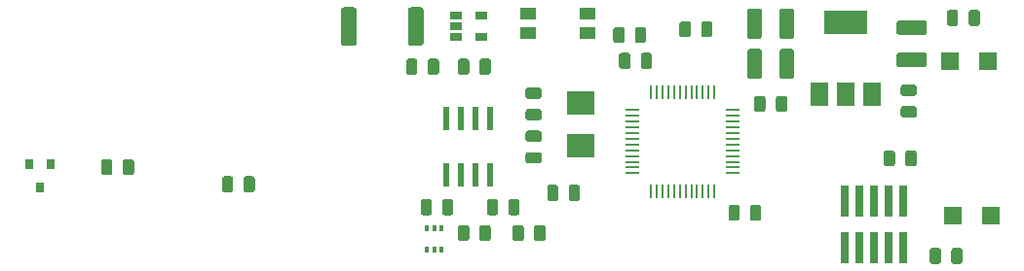
<source format=gbr>
G04 #@! TF.GenerationSoftware,KiCad,Pcbnew,5.1.5-52549c5~84~ubuntu18.04.1*
G04 #@! TF.CreationDate,2020-03-24T02:11:58-07:00*
G04 #@! TF.ProjectId,motor-control,6d6f746f-722d-4636-9f6e-74726f6c2e6b,rev?*
G04 #@! TF.SameCoordinates,Original*
G04 #@! TF.FileFunction,Paste,Top*
G04 #@! TF.FilePolarity,Positive*
%FSLAX46Y46*%
G04 Gerber Fmt 4.6, Leading zero omitted, Abs format (unit mm)*
G04 Created by KiCad (PCBNEW 5.1.5-52549c5~84~ubuntu18.04.1) date 2020-03-24 02:11:58*
%MOMM*%
%LPD*%
G04 APERTURE LIST*
%ADD10C,0.100000*%
%ADD11R,1.500000X1.500000*%
%ADD12R,0.600000X2.000000*%
%ADD13R,1.300000X0.250000*%
%ADD14R,0.250000X1.300000*%
%ADD15R,0.420000X0.600000*%
%ADD16R,1.060000X0.650000*%
%ADD17R,3.800000X2.000000*%
%ADD18R,1.500000X2.000000*%
%ADD19R,2.400000X2.000000*%
%ADD20R,1.450000X1.000000*%
%ADD21R,0.740000X2.790000*%
%ADD22R,0.800000X0.900000*%
G04 APERTURE END LIST*
D10*
G36*
X179730142Y-57326174D02*
G01*
X179753803Y-57329684D01*
X179777007Y-57335496D01*
X179799529Y-57343554D01*
X179821153Y-57353782D01*
X179841670Y-57366079D01*
X179860883Y-57380329D01*
X179878607Y-57396393D01*
X179894671Y-57414117D01*
X179908921Y-57433330D01*
X179921218Y-57453847D01*
X179931446Y-57475471D01*
X179939504Y-57497993D01*
X179945316Y-57521197D01*
X179948826Y-57544858D01*
X179950000Y-57568750D01*
X179950000Y-58056250D01*
X179948826Y-58080142D01*
X179945316Y-58103803D01*
X179939504Y-58127007D01*
X179931446Y-58149529D01*
X179921218Y-58171153D01*
X179908921Y-58191670D01*
X179894671Y-58210883D01*
X179878607Y-58228607D01*
X179860883Y-58244671D01*
X179841670Y-58258921D01*
X179821153Y-58271218D01*
X179799529Y-58281446D01*
X179777007Y-58289504D01*
X179753803Y-58295316D01*
X179730142Y-58298826D01*
X179706250Y-58300000D01*
X178793750Y-58300000D01*
X178769858Y-58298826D01*
X178746197Y-58295316D01*
X178722993Y-58289504D01*
X178700471Y-58281446D01*
X178678847Y-58271218D01*
X178658330Y-58258921D01*
X178639117Y-58244671D01*
X178621393Y-58228607D01*
X178605329Y-58210883D01*
X178591079Y-58191670D01*
X178578782Y-58171153D01*
X178568554Y-58149529D01*
X178560496Y-58127007D01*
X178554684Y-58103803D01*
X178551174Y-58080142D01*
X178550000Y-58056250D01*
X178550000Y-57568750D01*
X178551174Y-57544858D01*
X178554684Y-57521197D01*
X178560496Y-57497993D01*
X178568554Y-57475471D01*
X178578782Y-57453847D01*
X178591079Y-57433330D01*
X178605329Y-57414117D01*
X178621393Y-57396393D01*
X178639117Y-57380329D01*
X178658330Y-57366079D01*
X178678847Y-57353782D01*
X178700471Y-57343554D01*
X178722993Y-57335496D01*
X178746197Y-57329684D01*
X178769858Y-57326174D01*
X178793750Y-57325000D01*
X179706250Y-57325000D01*
X179730142Y-57326174D01*
G37*
G36*
X179730142Y-59201174D02*
G01*
X179753803Y-59204684D01*
X179777007Y-59210496D01*
X179799529Y-59218554D01*
X179821153Y-59228782D01*
X179841670Y-59241079D01*
X179860883Y-59255329D01*
X179878607Y-59271393D01*
X179894671Y-59289117D01*
X179908921Y-59308330D01*
X179921218Y-59328847D01*
X179931446Y-59350471D01*
X179939504Y-59372993D01*
X179945316Y-59396197D01*
X179948826Y-59419858D01*
X179950000Y-59443750D01*
X179950000Y-59931250D01*
X179948826Y-59955142D01*
X179945316Y-59978803D01*
X179939504Y-60002007D01*
X179931446Y-60024529D01*
X179921218Y-60046153D01*
X179908921Y-60066670D01*
X179894671Y-60085883D01*
X179878607Y-60103607D01*
X179860883Y-60119671D01*
X179841670Y-60133921D01*
X179821153Y-60146218D01*
X179799529Y-60156446D01*
X179777007Y-60164504D01*
X179753803Y-60170316D01*
X179730142Y-60173826D01*
X179706250Y-60175000D01*
X178793750Y-60175000D01*
X178769858Y-60173826D01*
X178746197Y-60170316D01*
X178722993Y-60164504D01*
X178700471Y-60156446D01*
X178678847Y-60146218D01*
X178658330Y-60133921D01*
X178639117Y-60119671D01*
X178621393Y-60103607D01*
X178605329Y-60085883D01*
X178591079Y-60066670D01*
X178578782Y-60046153D01*
X178568554Y-60024529D01*
X178560496Y-60002007D01*
X178554684Y-59978803D01*
X178551174Y-59955142D01*
X178550000Y-59931250D01*
X178550000Y-59443750D01*
X178551174Y-59419858D01*
X178554684Y-59396197D01*
X178560496Y-59372993D01*
X178568554Y-59350471D01*
X178578782Y-59328847D01*
X178591079Y-59308330D01*
X178605329Y-59289117D01*
X178621393Y-59271393D01*
X178639117Y-59255329D01*
X178658330Y-59241079D01*
X178678847Y-59228782D01*
X178700471Y-59218554D01*
X178722993Y-59210496D01*
X178746197Y-59204684D01*
X178769858Y-59201174D01*
X178793750Y-59200000D01*
X179706250Y-59200000D01*
X179730142Y-59201174D01*
G37*
G36*
X140830142Y-69551174D02*
G01*
X140853803Y-69554684D01*
X140877007Y-69560496D01*
X140899529Y-69568554D01*
X140921153Y-69578782D01*
X140941670Y-69591079D01*
X140960883Y-69605329D01*
X140978607Y-69621393D01*
X140994671Y-69639117D01*
X141008921Y-69658330D01*
X141021218Y-69678847D01*
X141031446Y-69700471D01*
X141039504Y-69722993D01*
X141045316Y-69746197D01*
X141048826Y-69769858D01*
X141050000Y-69793750D01*
X141050000Y-70706250D01*
X141048826Y-70730142D01*
X141045316Y-70753803D01*
X141039504Y-70777007D01*
X141031446Y-70799529D01*
X141021218Y-70821153D01*
X141008921Y-70841670D01*
X140994671Y-70860883D01*
X140978607Y-70878607D01*
X140960883Y-70894671D01*
X140941670Y-70908921D01*
X140921153Y-70921218D01*
X140899529Y-70931446D01*
X140877007Y-70939504D01*
X140853803Y-70945316D01*
X140830142Y-70948826D01*
X140806250Y-70950000D01*
X140318750Y-70950000D01*
X140294858Y-70948826D01*
X140271197Y-70945316D01*
X140247993Y-70939504D01*
X140225471Y-70931446D01*
X140203847Y-70921218D01*
X140183330Y-70908921D01*
X140164117Y-70894671D01*
X140146393Y-70878607D01*
X140130329Y-70860883D01*
X140116079Y-70841670D01*
X140103782Y-70821153D01*
X140093554Y-70799529D01*
X140085496Y-70777007D01*
X140079684Y-70753803D01*
X140076174Y-70730142D01*
X140075000Y-70706250D01*
X140075000Y-69793750D01*
X140076174Y-69769858D01*
X140079684Y-69746197D01*
X140085496Y-69722993D01*
X140093554Y-69700471D01*
X140103782Y-69678847D01*
X140116079Y-69658330D01*
X140130329Y-69639117D01*
X140146393Y-69621393D01*
X140164117Y-69605329D01*
X140183330Y-69591079D01*
X140203847Y-69578782D01*
X140225471Y-69568554D01*
X140247993Y-69560496D01*
X140271197Y-69554684D01*
X140294858Y-69551174D01*
X140318750Y-69550000D01*
X140806250Y-69550000D01*
X140830142Y-69551174D01*
G37*
G36*
X142705142Y-69551174D02*
G01*
X142728803Y-69554684D01*
X142752007Y-69560496D01*
X142774529Y-69568554D01*
X142796153Y-69578782D01*
X142816670Y-69591079D01*
X142835883Y-69605329D01*
X142853607Y-69621393D01*
X142869671Y-69639117D01*
X142883921Y-69658330D01*
X142896218Y-69678847D01*
X142906446Y-69700471D01*
X142914504Y-69722993D01*
X142920316Y-69746197D01*
X142923826Y-69769858D01*
X142925000Y-69793750D01*
X142925000Y-70706250D01*
X142923826Y-70730142D01*
X142920316Y-70753803D01*
X142914504Y-70777007D01*
X142906446Y-70799529D01*
X142896218Y-70821153D01*
X142883921Y-70841670D01*
X142869671Y-70860883D01*
X142853607Y-70878607D01*
X142835883Y-70894671D01*
X142816670Y-70908921D01*
X142796153Y-70921218D01*
X142774529Y-70931446D01*
X142752007Y-70939504D01*
X142728803Y-70945316D01*
X142705142Y-70948826D01*
X142681250Y-70950000D01*
X142193750Y-70950000D01*
X142169858Y-70948826D01*
X142146197Y-70945316D01*
X142122993Y-70939504D01*
X142100471Y-70931446D01*
X142078847Y-70921218D01*
X142058330Y-70908921D01*
X142039117Y-70894671D01*
X142021393Y-70878607D01*
X142005329Y-70860883D01*
X141991079Y-70841670D01*
X141978782Y-70821153D01*
X141968554Y-70799529D01*
X141960496Y-70777007D01*
X141954684Y-70753803D01*
X141951174Y-70730142D01*
X141950000Y-70706250D01*
X141950000Y-69793750D01*
X141951174Y-69769858D01*
X141954684Y-69746197D01*
X141960496Y-69722993D01*
X141968554Y-69700471D01*
X141978782Y-69678847D01*
X141991079Y-69658330D01*
X142005329Y-69639117D01*
X142021393Y-69621393D01*
X142039117Y-69605329D01*
X142058330Y-69591079D01*
X142078847Y-69578782D01*
X142100471Y-69568554D01*
X142122993Y-69560496D01*
X142146197Y-69554684D01*
X142169858Y-69551174D01*
X142193750Y-69550000D01*
X142681250Y-69550000D01*
X142705142Y-69551174D01*
G37*
G36*
X180599504Y-54526204D02*
G01*
X180623773Y-54529804D01*
X180647571Y-54535765D01*
X180670671Y-54544030D01*
X180692849Y-54554520D01*
X180713893Y-54567133D01*
X180733598Y-54581747D01*
X180751777Y-54598223D01*
X180768253Y-54616402D01*
X180782867Y-54636107D01*
X180795480Y-54657151D01*
X180805970Y-54679329D01*
X180814235Y-54702429D01*
X180820196Y-54726227D01*
X180823796Y-54750496D01*
X180825000Y-54775000D01*
X180825000Y-55525000D01*
X180823796Y-55549504D01*
X180820196Y-55573773D01*
X180814235Y-55597571D01*
X180805970Y-55620671D01*
X180795480Y-55642849D01*
X180782867Y-55663893D01*
X180768253Y-55683598D01*
X180751777Y-55701777D01*
X180733598Y-55718253D01*
X180713893Y-55732867D01*
X180692849Y-55745480D01*
X180670671Y-55755970D01*
X180647571Y-55764235D01*
X180623773Y-55770196D01*
X180599504Y-55773796D01*
X180575000Y-55775000D01*
X178425000Y-55775000D01*
X178400496Y-55773796D01*
X178376227Y-55770196D01*
X178352429Y-55764235D01*
X178329329Y-55755970D01*
X178307151Y-55745480D01*
X178286107Y-55732867D01*
X178266402Y-55718253D01*
X178248223Y-55701777D01*
X178231747Y-55683598D01*
X178217133Y-55663893D01*
X178204520Y-55642849D01*
X178194030Y-55620671D01*
X178185765Y-55597571D01*
X178179804Y-55573773D01*
X178176204Y-55549504D01*
X178175000Y-55525000D01*
X178175000Y-54775000D01*
X178176204Y-54750496D01*
X178179804Y-54726227D01*
X178185765Y-54702429D01*
X178194030Y-54679329D01*
X178204520Y-54657151D01*
X178217133Y-54636107D01*
X178231747Y-54616402D01*
X178248223Y-54598223D01*
X178266402Y-54581747D01*
X178286107Y-54567133D01*
X178307151Y-54554520D01*
X178329329Y-54544030D01*
X178352429Y-54535765D01*
X178376227Y-54529804D01*
X178400496Y-54526204D01*
X178425000Y-54525000D01*
X180575000Y-54525000D01*
X180599504Y-54526204D01*
G37*
G36*
X180599504Y-51726204D02*
G01*
X180623773Y-51729804D01*
X180647571Y-51735765D01*
X180670671Y-51744030D01*
X180692849Y-51754520D01*
X180713893Y-51767133D01*
X180733598Y-51781747D01*
X180751777Y-51798223D01*
X180768253Y-51816402D01*
X180782867Y-51836107D01*
X180795480Y-51857151D01*
X180805970Y-51879329D01*
X180814235Y-51902429D01*
X180820196Y-51926227D01*
X180823796Y-51950496D01*
X180825000Y-51975000D01*
X180825000Y-52725000D01*
X180823796Y-52749504D01*
X180820196Y-52773773D01*
X180814235Y-52797571D01*
X180805970Y-52820671D01*
X180795480Y-52842849D01*
X180782867Y-52863893D01*
X180768253Y-52883598D01*
X180751777Y-52901777D01*
X180733598Y-52918253D01*
X180713893Y-52932867D01*
X180692849Y-52945480D01*
X180670671Y-52955970D01*
X180647571Y-52964235D01*
X180623773Y-52970196D01*
X180599504Y-52973796D01*
X180575000Y-52975000D01*
X178425000Y-52975000D01*
X178400496Y-52973796D01*
X178376227Y-52970196D01*
X178352429Y-52964235D01*
X178329329Y-52955970D01*
X178307151Y-52945480D01*
X178286107Y-52932867D01*
X178266402Y-52918253D01*
X178248223Y-52901777D01*
X178231747Y-52883598D01*
X178217133Y-52863893D01*
X178204520Y-52842849D01*
X178194030Y-52820671D01*
X178185765Y-52797571D01*
X178179804Y-52773773D01*
X178176204Y-52749504D01*
X178175000Y-52725000D01*
X178175000Y-51975000D01*
X178176204Y-51950496D01*
X178179804Y-51926227D01*
X178185765Y-51902429D01*
X178194030Y-51879329D01*
X178204520Y-51857151D01*
X178217133Y-51836107D01*
X178231747Y-51816402D01*
X178248223Y-51798223D01*
X178266402Y-51781747D01*
X178286107Y-51767133D01*
X178307151Y-51754520D01*
X178329329Y-51744030D01*
X178352429Y-51735765D01*
X178376227Y-51729804D01*
X178400496Y-51726204D01*
X178425000Y-51725000D01*
X180575000Y-51725000D01*
X180599504Y-51726204D01*
G37*
D11*
X182850000Y-55250000D03*
X186150000Y-55250000D03*
D12*
X140365000Y-60300000D03*
X142905000Y-65200000D03*
X141635000Y-65200000D03*
X140365000Y-65200000D03*
X139095000Y-65200000D03*
X139095000Y-60300000D03*
X141635000Y-60300000D03*
X142905000Y-60300000D03*
D10*
G36*
X136330142Y-55051174D02*
G01*
X136353803Y-55054684D01*
X136377007Y-55060496D01*
X136399529Y-55068554D01*
X136421153Y-55078782D01*
X136441670Y-55091079D01*
X136460883Y-55105329D01*
X136478607Y-55121393D01*
X136494671Y-55139117D01*
X136508921Y-55158330D01*
X136521218Y-55178847D01*
X136531446Y-55200471D01*
X136539504Y-55222993D01*
X136545316Y-55246197D01*
X136548826Y-55269858D01*
X136550000Y-55293750D01*
X136550000Y-56206250D01*
X136548826Y-56230142D01*
X136545316Y-56253803D01*
X136539504Y-56277007D01*
X136531446Y-56299529D01*
X136521218Y-56321153D01*
X136508921Y-56341670D01*
X136494671Y-56360883D01*
X136478607Y-56378607D01*
X136460883Y-56394671D01*
X136441670Y-56408921D01*
X136421153Y-56421218D01*
X136399529Y-56431446D01*
X136377007Y-56439504D01*
X136353803Y-56445316D01*
X136330142Y-56448826D01*
X136306250Y-56450000D01*
X135818750Y-56450000D01*
X135794858Y-56448826D01*
X135771197Y-56445316D01*
X135747993Y-56439504D01*
X135725471Y-56431446D01*
X135703847Y-56421218D01*
X135683330Y-56408921D01*
X135664117Y-56394671D01*
X135646393Y-56378607D01*
X135630329Y-56360883D01*
X135616079Y-56341670D01*
X135603782Y-56321153D01*
X135593554Y-56299529D01*
X135585496Y-56277007D01*
X135579684Y-56253803D01*
X135576174Y-56230142D01*
X135575000Y-56206250D01*
X135575000Y-55293750D01*
X135576174Y-55269858D01*
X135579684Y-55246197D01*
X135585496Y-55222993D01*
X135593554Y-55200471D01*
X135603782Y-55178847D01*
X135616079Y-55158330D01*
X135630329Y-55139117D01*
X135646393Y-55121393D01*
X135664117Y-55105329D01*
X135683330Y-55091079D01*
X135703847Y-55078782D01*
X135725471Y-55068554D01*
X135747993Y-55060496D01*
X135771197Y-55054684D01*
X135794858Y-55051174D01*
X135818750Y-55050000D01*
X136306250Y-55050000D01*
X136330142Y-55051174D01*
G37*
G36*
X138205142Y-55051174D02*
G01*
X138228803Y-55054684D01*
X138252007Y-55060496D01*
X138274529Y-55068554D01*
X138296153Y-55078782D01*
X138316670Y-55091079D01*
X138335883Y-55105329D01*
X138353607Y-55121393D01*
X138369671Y-55139117D01*
X138383921Y-55158330D01*
X138396218Y-55178847D01*
X138406446Y-55200471D01*
X138414504Y-55222993D01*
X138420316Y-55246197D01*
X138423826Y-55269858D01*
X138425000Y-55293750D01*
X138425000Y-56206250D01*
X138423826Y-56230142D01*
X138420316Y-56253803D01*
X138414504Y-56277007D01*
X138406446Y-56299529D01*
X138396218Y-56321153D01*
X138383921Y-56341670D01*
X138369671Y-56360883D01*
X138353607Y-56378607D01*
X138335883Y-56394671D01*
X138316670Y-56408921D01*
X138296153Y-56421218D01*
X138274529Y-56431446D01*
X138252007Y-56439504D01*
X138228803Y-56445316D01*
X138205142Y-56448826D01*
X138181250Y-56450000D01*
X137693750Y-56450000D01*
X137669858Y-56448826D01*
X137646197Y-56445316D01*
X137622993Y-56439504D01*
X137600471Y-56431446D01*
X137578847Y-56421218D01*
X137558330Y-56408921D01*
X137539117Y-56394671D01*
X137521393Y-56378607D01*
X137505329Y-56360883D01*
X137491079Y-56341670D01*
X137478782Y-56321153D01*
X137468554Y-56299529D01*
X137460496Y-56277007D01*
X137454684Y-56253803D01*
X137451174Y-56230142D01*
X137450000Y-56206250D01*
X137450000Y-55293750D01*
X137451174Y-55269858D01*
X137454684Y-55246197D01*
X137460496Y-55222993D01*
X137468554Y-55200471D01*
X137478782Y-55178847D01*
X137491079Y-55158330D01*
X137505329Y-55139117D01*
X137521393Y-55121393D01*
X137539117Y-55105329D01*
X137558330Y-55091079D01*
X137578847Y-55078782D01*
X137600471Y-55068554D01*
X137622993Y-55060496D01*
X137646197Y-55054684D01*
X137669858Y-55051174D01*
X137693750Y-55050000D01*
X138181250Y-55050000D01*
X138205142Y-55051174D01*
G37*
D13*
X155254000Y-59542000D03*
X155254000Y-60042000D03*
X155254000Y-60542000D03*
X155254000Y-61042000D03*
X155254000Y-61542000D03*
X155254000Y-62042000D03*
X155254000Y-62542000D03*
X155254000Y-63042000D03*
X155254000Y-63542000D03*
X155254000Y-64042000D03*
X155254000Y-64542000D03*
X155254000Y-65042000D03*
D14*
X156854000Y-66642000D03*
X157354000Y-66642000D03*
X157854000Y-66642000D03*
X158354000Y-66642000D03*
X158854000Y-66642000D03*
X159354000Y-66642000D03*
X159854000Y-66642000D03*
X160354000Y-66642000D03*
X160854000Y-66642000D03*
X161354000Y-66642000D03*
X161854000Y-66642000D03*
X162354000Y-66642000D03*
D13*
X163954000Y-65042000D03*
X163954000Y-64542000D03*
X163954000Y-64042000D03*
X163954000Y-63542000D03*
X163954000Y-63042000D03*
X163954000Y-62542000D03*
X163954000Y-62042000D03*
X163954000Y-61542000D03*
X163954000Y-61042000D03*
X163954000Y-60542000D03*
X163954000Y-60042000D03*
X163954000Y-59542000D03*
D14*
X162354000Y-57942000D03*
X161854000Y-57942000D03*
X161354000Y-57942000D03*
X160854000Y-57942000D03*
X160354000Y-57942000D03*
X159854000Y-57942000D03*
X159354000Y-57942000D03*
X158854000Y-57942000D03*
X158354000Y-57942000D03*
X157854000Y-57942000D03*
X157354000Y-57942000D03*
X156854000Y-57942000D03*
D15*
X137350000Y-69800000D03*
X138000000Y-69800000D03*
X138650000Y-69800000D03*
X137350000Y-71700000D03*
X138000000Y-71700000D03*
X138650000Y-71700000D03*
D16*
X142100000Y-51300000D03*
X142100000Y-53200000D03*
X139900000Y-53200000D03*
X139900000Y-52250000D03*
X139900000Y-51300000D03*
D17*
X173750000Y-51850000D03*
D18*
X173750000Y-58150000D03*
X176050000Y-58150000D03*
X171450000Y-58150000D03*
D10*
G36*
X142705142Y-55051174D02*
G01*
X142728803Y-55054684D01*
X142752007Y-55060496D01*
X142774529Y-55068554D01*
X142796153Y-55078782D01*
X142816670Y-55091079D01*
X142835883Y-55105329D01*
X142853607Y-55121393D01*
X142869671Y-55139117D01*
X142883921Y-55158330D01*
X142896218Y-55178847D01*
X142906446Y-55200471D01*
X142914504Y-55222993D01*
X142920316Y-55246197D01*
X142923826Y-55269858D01*
X142925000Y-55293750D01*
X142925000Y-56206250D01*
X142923826Y-56230142D01*
X142920316Y-56253803D01*
X142914504Y-56277007D01*
X142906446Y-56299529D01*
X142896218Y-56321153D01*
X142883921Y-56341670D01*
X142869671Y-56360883D01*
X142853607Y-56378607D01*
X142835883Y-56394671D01*
X142816670Y-56408921D01*
X142796153Y-56421218D01*
X142774529Y-56431446D01*
X142752007Y-56439504D01*
X142728803Y-56445316D01*
X142705142Y-56448826D01*
X142681250Y-56450000D01*
X142193750Y-56450000D01*
X142169858Y-56448826D01*
X142146197Y-56445316D01*
X142122993Y-56439504D01*
X142100471Y-56431446D01*
X142078847Y-56421218D01*
X142058330Y-56408921D01*
X142039117Y-56394671D01*
X142021393Y-56378607D01*
X142005329Y-56360883D01*
X141991079Y-56341670D01*
X141978782Y-56321153D01*
X141968554Y-56299529D01*
X141960496Y-56277007D01*
X141954684Y-56253803D01*
X141951174Y-56230142D01*
X141950000Y-56206250D01*
X141950000Y-55293750D01*
X141951174Y-55269858D01*
X141954684Y-55246197D01*
X141960496Y-55222993D01*
X141968554Y-55200471D01*
X141978782Y-55178847D01*
X141991079Y-55158330D01*
X142005329Y-55139117D01*
X142021393Y-55121393D01*
X142039117Y-55105329D01*
X142058330Y-55091079D01*
X142078847Y-55078782D01*
X142100471Y-55068554D01*
X142122993Y-55060496D01*
X142146197Y-55054684D01*
X142169858Y-55051174D01*
X142193750Y-55050000D01*
X142681250Y-55050000D01*
X142705142Y-55051174D01*
G37*
G36*
X140830142Y-55051174D02*
G01*
X140853803Y-55054684D01*
X140877007Y-55060496D01*
X140899529Y-55068554D01*
X140921153Y-55078782D01*
X140941670Y-55091079D01*
X140960883Y-55105329D01*
X140978607Y-55121393D01*
X140994671Y-55139117D01*
X141008921Y-55158330D01*
X141021218Y-55178847D01*
X141031446Y-55200471D01*
X141039504Y-55222993D01*
X141045316Y-55246197D01*
X141048826Y-55269858D01*
X141050000Y-55293750D01*
X141050000Y-56206250D01*
X141048826Y-56230142D01*
X141045316Y-56253803D01*
X141039504Y-56277007D01*
X141031446Y-56299529D01*
X141021218Y-56321153D01*
X141008921Y-56341670D01*
X140994671Y-56360883D01*
X140978607Y-56378607D01*
X140960883Y-56394671D01*
X140941670Y-56408921D01*
X140921153Y-56421218D01*
X140899529Y-56431446D01*
X140877007Y-56439504D01*
X140853803Y-56445316D01*
X140830142Y-56448826D01*
X140806250Y-56450000D01*
X140318750Y-56450000D01*
X140294858Y-56448826D01*
X140271197Y-56445316D01*
X140247993Y-56439504D01*
X140225471Y-56431446D01*
X140203847Y-56421218D01*
X140183330Y-56408921D01*
X140164117Y-56394671D01*
X140146393Y-56378607D01*
X140130329Y-56360883D01*
X140116079Y-56341670D01*
X140103782Y-56321153D01*
X140093554Y-56299529D01*
X140085496Y-56277007D01*
X140079684Y-56253803D01*
X140076174Y-56230142D01*
X140075000Y-56206250D01*
X140075000Y-55293750D01*
X140076174Y-55269858D01*
X140079684Y-55246197D01*
X140085496Y-55222993D01*
X140093554Y-55200471D01*
X140103782Y-55178847D01*
X140116079Y-55158330D01*
X140130329Y-55139117D01*
X140146393Y-55121393D01*
X140164117Y-55105329D01*
X140183330Y-55091079D01*
X140203847Y-55078782D01*
X140225471Y-55068554D01*
X140247993Y-55060496D01*
X140271197Y-55054684D01*
X140294858Y-55051174D01*
X140318750Y-55050000D01*
X140806250Y-55050000D01*
X140830142Y-55051174D01*
G37*
G36*
X137580142Y-67301174D02*
G01*
X137603803Y-67304684D01*
X137627007Y-67310496D01*
X137649529Y-67318554D01*
X137671153Y-67328782D01*
X137691670Y-67341079D01*
X137710883Y-67355329D01*
X137728607Y-67371393D01*
X137744671Y-67389117D01*
X137758921Y-67408330D01*
X137771218Y-67428847D01*
X137781446Y-67450471D01*
X137789504Y-67472993D01*
X137795316Y-67496197D01*
X137798826Y-67519858D01*
X137800000Y-67543750D01*
X137800000Y-68456250D01*
X137798826Y-68480142D01*
X137795316Y-68503803D01*
X137789504Y-68527007D01*
X137781446Y-68549529D01*
X137771218Y-68571153D01*
X137758921Y-68591670D01*
X137744671Y-68610883D01*
X137728607Y-68628607D01*
X137710883Y-68644671D01*
X137691670Y-68658921D01*
X137671153Y-68671218D01*
X137649529Y-68681446D01*
X137627007Y-68689504D01*
X137603803Y-68695316D01*
X137580142Y-68698826D01*
X137556250Y-68700000D01*
X137068750Y-68700000D01*
X137044858Y-68698826D01*
X137021197Y-68695316D01*
X136997993Y-68689504D01*
X136975471Y-68681446D01*
X136953847Y-68671218D01*
X136933330Y-68658921D01*
X136914117Y-68644671D01*
X136896393Y-68628607D01*
X136880329Y-68610883D01*
X136866079Y-68591670D01*
X136853782Y-68571153D01*
X136843554Y-68549529D01*
X136835496Y-68527007D01*
X136829684Y-68503803D01*
X136826174Y-68480142D01*
X136825000Y-68456250D01*
X136825000Y-67543750D01*
X136826174Y-67519858D01*
X136829684Y-67496197D01*
X136835496Y-67472993D01*
X136843554Y-67450471D01*
X136853782Y-67428847D01*
X136866079Y-67408330D01*
X136880329Y-67389117D01*
X136896393Y-67371393D01*
X136914117Y-67355329D01*
X136933330Y-67341079D01*
X136953847Y-67328782D01*
X136975471Y-67318554D01*
X136997993Y-67310496D01*
X137021197Y-67304684D01*
X137044858Y-67301174D01*
X137068750Y-67300000D01*
X137556250Y-67300000D01*
X137580142Y-67301174D01*
G37*
G36*
X139455142Y-67301174D02*
G01*
X139478803Y-67304684D01*
X139502007Y-67310496D01*
X139524529Y-67318554D01*
X139546153Y-67328782D01*
X139566670Y-67341079D01*
X139585883Y-67355329D01*
X139603607Y-67371393D01*
X139619671Y-67389117D01*
X139633921Y-67408330D01*
X139646218Y-67428847D01*
X139656446Y-67450471D01*
X139664504Y-67472993D01*
X139670316Y-67496197D01*
X139673826Y-67519858D01*
X139675000Y-67543750D01*
X139675000Y-68456250D01*
X139673826Y-68480142D01*
X139670316Y-68503803D01*
X139664504Y-68527007D01*
X139656446Y-68549529D01*
X139646218Y-68571153D01*
X139633921Y-68591670D01*
X139619671Y-68610883D01*
X139603607Y-68628607D01*
X139585883Y-68644671D01*
X139566670Y-68658921D01*
X139546153Y-68671218D01*
X139524529Y-68681446D01*
X139502007Y-68689504D01*
X139478803Y-68695316D01*
X139455142Y-68698826D01*
X139431250Y-68700000D01*
X138943750Y-68700000D01*
X138919858Y-68698826D01*
X138896197Y-68695316D01*
X138872993Y-68689504D01*
X138850471Y-68681446D01*
X138828847Y-68671218D01*
X138808330Y-68658921D01*
X138789117Y-68644671D01*
X138771393Y-68628607D01*
X138755329Y-68610883D01*
X138741079Y-68591670D01*
X138728782Y-68571153D01*
X138718554Y-68549529D01*
X138710496Y-68527007D01*
X138704684Y-68503803D01*
X138701174Y-68480142D01*
X138700000Y-68456250D01*
X138700000Y-67543750D01*
X138701174Y-67519858D01*
X138704684Y-67496197D01*
X138710496Y-67472993D01*
X138718554Y-67450471D01*
X138728782Y-67428847D01*
X138741079Y-67408330D01*
X138755329Y-67389117D01*
X138771393Y-67371393D01*
X138789117Y-67355329D01*
X138808330Y-67341079D01*
X138828847Y-67328782D01*
X138850471Y-67318554D01*
X138872993Y-67310496D01*
X138896197Y-67304684D01*
X138919858Y-67301174D01*
X138943750Y-67300000D01*
X139431250Y-67300000D01*
X139455142Y-67301174D01*
G37*
G36*
X183705142Y-71551174D02*
G01*
X183728803Y-71554684D01*
X183752007Y-71560496D01*
X183774529Y-71568554D01*
X183796153Y-71578782D01*
X183816670Y-71591079D01*
X183835883Y-71605329D01*
X183853607Y-71621393D01*
X183869671Y-71639117D01*
X183883921Y-71658330D01*
X183896218Y-71678847D01*
X183906446Y-71700471D01*
X183914504Y-71722993D01*
X183920316Y-71746197D01*
X183923826Y-71769858D01*
X183925000Y-71793750D01*
X183925000Y-72706250D01*
X183923826Y-72730142D01*
X183920316Y-72753803D01*
X183914504Y-72777007D01*
X183906446Y-72799529D01*
X183896218Y-72821153D01*
X183883921Y-72841670D01*
X183869671Y-72860883D01*
X183853607Y-72878607D01*
X183835883Y-72894671D01*
X183816670Y-72908921D01*
X183796153Y-72921218D01*
X183774529Y-72931446D01*
X183752007Y-72939504D01*
X183728803Y-72945316D01*
X183705142Y-72948826D01*
X183681250Y-72950000D01*
X183193750Y-72950000D01*
X183169858Y-72948826D01*
X183146197Y-72945316D01*
X183122993Y-72939504D01*
X183100471Y-72931446D01*
X183078847Y-72921218D01*
X183058330Y-72908921D01*
X183039117Y-72894671D01*
X183021393Y-72878607D01*
X183005329Y-72860883D01*
X182991079Y-72841670D01*
X182978782Y-72821153D01*
X182968554Y-72799529D01*
X182960496Y-72777007D01*
X182954684Y-72753803D01*
X182951174Y-72730142D01*
X182950000Y-72706250D01*
X182950000Y-71793750D01*
X182951174Y-71769858D01*
X182954684Y-71746197D01*
X182960496Y-71722993D01*
X182968554Y-71700471D01*
X182978782Y-71678847D01*
X182991079Y-71658330D01*
X183005329Y-71639117D01*
X183021393Y-71621393D01*
X183039117Y-71605329D01*
X183058330Y-71591079D01*
X183078847Y-71578782D01*
X183100471Y-71568554D01*
X183122993Y-71560496D01*
X183146197Y-71554684D01*
X183169858Y-71551174D01*
X183193750Y-71550000D01*
X183681250Y-71550000D01*
X183705142Y-71551174D01*
G37*
G36*
X181830142Y-71551174D02*
G01*
X181853803Y-71554684D01*
X181877007Y-71560496D01*
X181899529Y-71568554D01*
X181921153Y-71578782D01*
X181941670Y-71591079D01*
X181960883Y-71605329D01*
X181978607Y-71621393D01*
X181994671Y-71639117D01*
X182008921Y-71658330D01*
X182021218Y-71678847D01*
X182031446Y-71700471D01*
X182039504Y-71722993D01*
X182045316Y-71746197D01*
X182048826Y-71769858D01*
X182050000Y-71793750D01*
X182050000Y-72706250D01*
X182048826Y-72730142D01*
X182045316Y-72753803D01*
X182039504Y-72777007D01*
X182031446Y-72799529D01*
X182021218Y-72821153D01*
X182008921Y-72841670D01*
X181994671Y-72860883D01*
X181978607Y-72878607D01*
X181960883Y-72894671D01*
X181941670Y-72908921D01*
X181921153Y-72921218D01*
X181899529Y-72931446D01*
X181877007Y-72939504D01*
X181853803Y-72945316D01*
X181830142Y-72948826D01*
X181806250Y-72950000D01*
X181318750Y-72950000D01*
X181294858Y-72948826D01*
X181271197Y-72945316D01*
X181247993Y-72939504D01*
X181225471Y-72931446D01*
X181203847Y-72921218D01*
X181183330Y-72908921D01*
X181164117Y-72894671D01*
X181146393Y-72878607D01*
X181130329Y-72860883D01*
X181116079Y-72841670D01*
X181103782Y-72821153D01*
X181093554Y-72799529D01*
X181085496Y-72777007D01*
X181079684Y-72753803D01*
X181076174Y-72730142D01*
X181075000Y-72706250D01*
X181075000Y-71793750D01*
X181076174Y-71769858D01*
X181079684Y-71746197D01*
X181085496Y-71722993D01*
X181093554Y-71700471D01*
X181103782Y-71678847D01*
X181116079Y-71658330D01*
X181130329Y-71639117D01*
X181146393Y-71621393D01*
X181164117Y-71605329D01*
X181183330Y-71591079D01*
X181203847Y-71578782D01*
X181225471Y-71568554D01*
X181247993Y-71560496D01*
X181271197Y-71554684D01*
X181294858Y-71551174D01*
X181318750Y-71550000D01*
X181806250Y-71550000D01*
X181830142Y-71551174D01*
G37*
G36*
X147130142Y-59451174D02*
G01*
X147153803Y-59454684D01*
X147177007Y-59460496D01*
X147199529Y-59468554D01*
X147221153Y-59478782D01*
X147241670Y-59491079D01*
X147260883Y-59505329D01*
X147278607Y-59521393D01*
X147294671Y-59539117D01*
X147308921Y-59558330D01*
X147321218Y-59578847D01*
X147331446Y-59600471D01*
X147339504Y-59622993D01*
X147345316Y-59646197D01*
X147348826Y-59669858D01*
X147350000Y-59693750D01*
X147350000Y-60181250D01*
X147348826Y-60205142D01*
X147345316Y-60228803D01*
X147339504Y-60252007D01*
X147331446Y-60274529D01*
X147321218Y-60296153D01*
X147308921Y-60316670D01*
X147294671Y-60335883D01*
X147278607Y-60353607D01*
X147260883Y-60369671D01*
X147241670Y-60383921D01*
X147221153Y-60396218D01*
X147199529Y-60406446D01*
X147177007Y-60414504D01*
X147153803Y-60420316D01*
X147130142Y-60423826D01*
X147106250Y-60425000D01*
X146193750Y-60425000D01*
X146169858Y-60423826D01*
X146146197Y-60420316D01*
X146122993Y-60414504D01*
X146100471Y-60406446D01*
X146078847Y-60396218D01*
X146058330Y-60383921D01*
X146039117Y-60369671D01*
X146021393Y-60353607D01*
X146005329Y-60335883D01*
X145991079Y-60316670D01*
X145978782Y-60296153D01*
X145968554Y-60274529D01*
X145960496Y-60252007D01*
X145954684Y-60228803D01*
X145951174Y-60205142D01*
X145950000Y-60181250D01*
X145950000Y-59693750D01*
X145951174Y-59669858D01*
X145954684Y-59646197D01*
X145960496Y-59622993D01*
X145968554Y-59600471D01*
X145978782Y-59578847D01*
X145991079Y-59558330D01*
X146005329Y-59539117D01*
X146021393Y-59521393D01*
X146039117Y-59505329D01*
X146058330Y-59491079D01*
X146078847Y-59478782D01*
X146100471Y-59468554D01*
X146122993Y-59460496D01*
X146146197Y-59454684D01*
X146169858Y-59451174D01*
X146193750Y-59450000D01*
X147106250Y-59450000D01*
X147130142Y-59451174D01*
G37*
G36*
X147130142Y-57576174D02*
G01*
X147153803Y-57579684D01*
X147177007Y-57585496D01*
X147199529Y-57593554D01*
X147221153Y-57603782D01*
X147241670Y-57616079D01*
X147260883Y-57630329D01*
X147278607Y-57646393D01*
X147294671Y-57664117D01*
X147308921Y-57683330D01*
X147321218Y-57703847D01*
X147331446Y-57725471D01*
X147339504Y-57747993D01*
X147345316Y-57771197D01*
X147348826Y-57794858D01*
X147350000Y-57818750D01*
X147350000Y-58306250D01*
X147348826Y-58330142D01*
X147345316Y-58353803D01*
X147339504Y-58377007D01*
X147331446Y-58399529D01*
X147321218Y-58421153D01*
X147308921Y-58441670D01*
X147294671Y-58460883D01*
X147278607Y-58478607D01*
X147260883Y-58494671D01*
X147241670Y-58508921D01*
X147221153Y-58521218D01*
X147199529Y-58531446D01*
X147177007Y-58539504D01*
X147153803Y-58545316D01*
X147130142Y-58548826D01*
X147106250Y-58550000D01*
X146193750Y-58550000D01*
X146169858Y-58548826D01*
X146146197Y-58545316D01*
X146122993Y-58539504D01*
X146100471Y-58531446D01*
X146078847Y-58521218D01*
X146058330Y-58508921D01*
X146039117Y-58494671D01*
X146021393Y-58478607D01*
X146005329Y-58460883D01*
X145991079Y-58441670D01*
X145978782Y-58421153D01*
X145968554Y-58399529D01*
X145960496Y-58377007D01*
X145954684Y-58353803D01*
X145951174Y-58330142D01*
X145950000Y-58306250D01*
X145950000Y-57818750D01*
X145951174Y-57794858D01*
X145954684Y-57771197D01*
X145960496Y-57747993D01*
X145968554Y-57725471D01*
X145978782Y-57703847D01*
X145991079Y-57683330D01*
X146005329Y-57664117D01*
X146021393Y-57646393D01*
X146039117Y-57630329D01*
X146058330Y-57616079D01*
X146078847Y-57603782D01*
X146100471Y-57593554D01*
X146122993Y-57585496D01*
X146146197Y-57579684D01*
X146169858Y-57576174D01*
X146193750Y-57575000D01*
X147106250Y-57575000D01*
X147130142Y-57576174D01*
G37*
G36*
X160080142Y-51801174D02*
G01*
X160103803Y-51804684D01*
X160127007Y-51810496D01*
X160149529Y-51818554D01*
X160171153Y-51828782D01*
X160191670Y-51841079D01*
X160210883Y-51855329D01*
X160228607Y-51871393D01*
X160244671Y-51889117D01*
X160258921Y-51908330D01*
X160271218Y-51928847D01*
X160281446Y-51950471D01*
X160289504Y-51972993D01*
X160295316Y-51996197D01*
X160298826Y-52019858D01*
X160300000Y-52043750D01*
X160300000Y-52956250D01*
X160298826Y-52980142D01*
X160295316Y-53003803D01*
X160289504Y-53027007D01*
X160281446Y-53049529D01*
X160271218Y-53071153D01*
X160258921Y-53091670D01*
X160244671Y-53110883D01*
X160228607Y-53128607D01*
X160210883Y-53144671D01*
X160191670Y-53158921D01*
X160171153Y-53171218D01*
X160149529Y-53181446D01*
X160127007Y-53189504D01*
X160103803Y-53195316D01*
X160080142Y-53198826D01*
X160056250Y-53200000D01*
X159568750Y-53200000D01*
X159544858Y-53198826D01*
X159521197Y-53195316D01*
X159497993Y-53189504D01*
X159475471Y-53181446D01*
X159453847Y-53171218D01*
X159433330Y-53158921D01*
X159414117Y-53144671D01*
X159396393Y-53128607D01*
X159380329Y-53110883D01*
X159366079Y-53091670D01*
X159353782Y-53071153D01*
X159343554Y-53049529D01*
X159335496Y-53027007D01*
X159329684Y-53003803D01*
X159326174Y-52980142D01*
X159325000Y-52956250D01*
X159325000Y-52043750D01*
X159326174Y-52019858D01*
X159329684Y-51996197D01*
X159335496Y-51972993D01*
X159343554Y-51950471D01*
X159353782Y-51928847D01*
X159366079Y-51908330D01*
X159380329Y-51889117D01*
X159396393Y-51871393D01*
X159414117Y-51855329D01*
X159433330Y-51841079D01*
X159453847Y-51828782D01*
X159475471Y-51818554D01*
X159497993Y-51810496D01*
X159521197Y-51804684D01*
X159544858Y-51801174D01*
X159568750Y-51800000D01*
X160056250Y-51800000D01*
X160080142Y-51801174D01*
G37*
G36*
X161955142Y-51801174D02*
G01*
X161978803Y-51804684D01*
X162002007Y-51810496D01*
X162024529Y-51818554D01*
X162046153Y-51828782D01*
X162066670Y-51841079D01*
X162085883Y-51855329D01*
X162103607Y-51871393D01*
X162119671Y-51889117D01*
X162133921Y-51908330D01*
X162146218Y-51928847D01*
X162156446Y-51950471D01*
X162164504Y-51972993D01*
X162170316Y-51996197D01*
X162173826Y-52019858D01*
X162175000Y-52043750D01*
X162175000Y-52956250D01*
X162173826Y-52980142D01*
X162170316Y-53003803D01*
X162164504Y-53027007D01*
X162156446Y-53049529D01*
X162146218Y-53071153D01*
X162133921Y-53091670D01*
X162119671Y-53110883D01*
X162103607Y-53128607D01*
X162085883Y-53144671D01*
X162066670Y-53158921D01*
X162046153Y-53171218D01*
X162024529Y-53181446D01*
X162002007Y-53189504D01*
X161978803Y-53195316D01*
X161955142Y-53198826D01*
X161931250Y-53200000D01*
X161443750Y-53200000D01*
X161419858Y-53198826D01*
X161396197Y-53195316D01*
X161372993Y-53189504D01*
X161350471Y-53181446D01*
X161328847Y-53171218D01*
X161308330Y-53158921D01*
X161289117Y-53144671D01*
X161271393Y-53128607D01*
X161255329Y-53110883D01*
X161241079Y-53091670D01*
X161228782Y-53071153D01*
X161218554Y-53049529D01*
X161210496Y-53027007D01*
X161204684Y-53003803D01*
X161201174Y-52980142D01*
X161200000Y-52956250D01*
X161200000Y-52043750D01*
X161201174Y-52019858D01*
X161204684Y-51996197D01*
X161210496Y-51972993D01*
X161218554Y-51950471D01*
X161228782Y-51928847D01*
X161241079Y-51908330D01*
X161255329Y-51889117D01*
X161271393Y-51871393D01*
X161289117Y-51855329D01*
X161308330Y-51841079D01*
X161328847Y-51828782D01*
X161350471Y-51818554D01*
X161372993Y-51810496D01*
X161396197Y-51804684D01*
X161419858Y-51801174D01*
X161443750Y-51800000D01*
X161931250Y-51800000D01*
X161955142Y-51801174D01*
G37*
D11*
X183100000Y-68750000D03*
X186400000Y-68750000D03*
D10*
G36*
X150455142Y-66051174D02*
G01*
X150478803Y-66054684D01*
X150502007Y-66060496D01*
X150524529Y-66068554D01*
X150546153Y-66078782D01*
X150566670Y-66091079D01*
X150585883Y-66105329D01*
X150603607Y-66121393D01*
X150619671Y-66139117D01*
X150633921Y-66158330D01*
X150646218Y-66178847D01*
X150656446Y-66200471D01*
X150664504Y-66222993D01*
X150670316Y-66246197D01*
X150673826Y-66269858D01*
X150675000Y-66293750D01*
X150675000Y-67206250D01*
X150673826Y-67230142D01*
X150670316Y-67253803D01*
X150664504Y-67277007D01*
X150656446Y-67299529D01*
X150646218Y-67321153D01*
X150633921Y-67341670D01*
X150619671Y-67360883D01*
X150603607Y-67378607D01*
X150585883Y-67394671D01*
X150566670Y-67408921D01*
X150546153Y-67421218D01*
X150524529Y-67431446D01*
X150502007Y-67439504D01*
X150478803Y-67445316D01*
X150455142Y-67448826D01*
X150431250Y-67450000D01*
X149943750Y-67450000D01*
X149919858Y-67448826D01*
X149896197Y-67445316D01*
X149872993Y-67439504D01*
X149850471Y-67431446D01*
X149828847Y-67421218D01*
X149808330Y-67408921D01*
X149789117Y-67394671D01*
X149771393Y-67378607D01*
X149755329Y-67360883D01*
X149741079Y-67341670D01*
X149728782Y-67321153D01*
X149718554Y-67299529D01*
X149710496Y-67277007D01*
X149704684Y-67253803D01*
X149701174Y-67230142D01*
X149700000Y-67206250D01*
X149700000Y-66293750D01*
X149701174Y-66269858D01*
X149704684Y-66246197D01*
X149710496Y-66222993D01*
X149718554Y-66200471D01*
X149728782Y-66178847D01*
X149741079Y-66158330D01*
X149755329Y-66139117D01*
X149771393Y-66121393D01*
X149789117Y-66105329D01*
X149808330Y-66091079D01*
X149828847Y-66078782D01*
X149850471Y-66068554D01*
X149872993Y-66060496D01*
X149896197Y-66054684D01*
X149919858Y-66051174D01*
X149943750Y-66050000D01*
X150431250Y-66050000D01*
X150455142Y-66051174D01*
G37*
G36*
X148580142Y-66051174D02*
G01*
X148603803Y-66054684D01*
X148627007Y-66060496D01*
X148649529Y-66068554D01*
X148671153Y-66078782D01*
X148691670Y-66091079D01*
X148710883Y-66105329D01*
X148728607Y-66121393D01*
X148744671Y-66139117D01*
X148758921Y-66158330D01*
X148771218Y-66178847D01*
X148781446Y-66200471D01*
X148789504Y-66222993D01*
X148795316Y-66246197D01*
X148798826Y-66269858D01*
X148800000Y-66293750D01*
X148800000Y-67206250D01*
X148798826Y-67230142D01*
X148795316Y-67253803D01*
X148789504Y-67277007D01*
X148781446Y-67299529D01*
X148771218Y-67321153D01*
X148758921Y-67341670D01*
X148744671Y-67360883D01*
X148728607Y-67378607D01*
X148710883Y-67394671D01*
X148691670Y-67408921D01*
X148671153Y-67421218D01*
X148649529Y-67431446D01*
X148627007Y-67439504D01*
X148603803Y-67445316D01*
X148580142Y-67448826D01*
X148556250Y-67450000D01*
X148068750Y-67450000D01*
X148044858Y-67448826D01*
X148021197Y-67445316D01*
X147997993Y-67439504D01*
X147975471Y-67431446D01*
X147953847Y-67421218D01*
X147933330Y-67408921D01*
X147914117Y-67394671D01*
X147896393Y-67378607D01*
X147880329Y-67360883D01*
X147866079Y-67341670D01*
X147853782Y-67321153D01*
X147843554Y-67299529D01*
X147835496Y-67277007D01*
X147829684Y-67253803D01*
X147826174Y-67230142D01*
X147825000Y-67206250D01*
X147825000Y-66293750D01*
X147826174Y-66269858D01*
X147829684Y-66246197D01*
X147835496Y-66222993D01*
X147843554Y-66200471D01*
X147853782Y-66178847D01*
X147866079Y-66158330D01*
X147880329Y-66139117D01*
X147896393Y-66121393D01*
X147914117Y-66105329D01*
X147933330Y-66091079D01*
X147953847Y-66078782D01*
X147975471Y-66068554D01*
X147997993Y-66060496D01*
X148021197Y-66054684D01*
X148044858Y-66051174D01*
X148068750Y-66050000D01*
X148556250Y-66050000D01*
X148580142Y-66051174D01*
G37*
G36*
X147455142Y-69551174D02*
G01*
X147478803Y-69554684D01*
X147502007Y-69560496D01*
X147524529Y-69568554D01*
X147546153Y-69578782D01*
X147566670Y-69591079D01*
X147585883Y-69605329D01*
X147603607Y-69621393D01*
X147619671Y-69639117D01*
X147633921Y-69658330D01*
X147646218Y-69678847D01*
X147656446Y-69700471D01*
X147664504Y-69722993D01*
X147670316Y-69746197D01*
X147673826Y-69769858D01*
X147675000Y-69793750D01*
X147675000Y-70706250D01*
X147673826Y-70730142D01*
X147670316Y-70753803D01*
X147664504Y-70777007D01*
X147656446Y-70799529D01*
X147646218Y-70821153D01*
X147633921Y-70841670D01*
X147619671Y-70860883D01*
X147603607Y-70878607D01*
X147585883Y-70894671D01*
X147566670Y-70908921D01*
X147546153Y-70921218D01*
X147524529Y-70931446D01*
X147502007Y-70939504D01*
X147478803Y-70945316D01*
X147455142Y-70948826D01*
X147431250Y-70950000D01*
X146943750Y-70950000D01*
X146919858Y-70948826D01*
X146896197Y-70945316D01*
X146872993Y-70939504D01*
X146850471Y-70931446D01*
X146828847Y-70921218D01*
X146808330Y-70908921D01*
X146789117Y-70894671D01*
X146771393Y-70878607D01*
X146755329Y-70860883D01*
X146741079Y-70841670D01*
X146728782Y-70821153D01*
X146718554Y-70799529D01*
X146710496Y-70777007D01*
X146704684Y-70753803D01*
X146701174Y-70730142D01*
X146700000Y-70706250D01*
X146700000Y-69793750D01*
X146701174Y-69769858D01*
X146704684Y-69746197D01*
X146710496Y-69722993D01*
X146718554Y-69700471D01*
X146728782Y-69678847D01*
X146741079Y-69658330D01*
X146755329Y-69639117D01*
X146771393Y-69621393D01*
X146789117Y-69605329D01*
X146808330Y-69591079D01*
X146828847Y-69578782D01*
X146850471Y-69568554D01*
X146872993Y-69560496D01*
X146896197Y-69554684D01*
X146919858Y-69551174D01*
X146943750Y-69550000D01*
X147431250Y-69550000D01*
X147455142Y-69551174D01*
G37*
G36*
X145580142Y-69551174D02*
G01*
X145603803Y-69554684D01*
X145627007Y-69560496D01*
X145649529Y-69568554D01*
X145671153Y-69578782D01*
X145691670Y-69591079D01*
X145710883Y-69605329D01*
X145728607Y-69621393D01*
X145744671Y-69639117D01*
X145758921Y-69658330D01*
X145771218Y-69678847D01*
X145781446Y-69700471D01*
X145789504Y-69722993D01*
X145795316Y-69746197D01*
X145798826Y-69769858D01*
X145800000Y-69793750D01*
X145800000Y-70706250D01*
X145798826Y-70730142D01*
X145795316Y-70753803D01*
X145789504Y-70777007D01*
X145781446Y-70799529D01*
X145771218Y-70821153D01*
X145758921Y-70841670D01*
X145744671Y-70860883D01*
X145728607Y-70878607D01*
X145710883Y-70894671D01*
X145691670Y-70908921D01*
X145671153Y-70921218D01*
X145649529Y-70931446D01*
X145627007Y-70939504D01*
X145603803Y-70945316D01*
X145580142Y-70948826D01*
X145556250Y-70950000D01*
X145068750Y-70950000D01*
X145044858Y-70948826D01*
X145021197Y-70945316D01*
X144997993Y-70939504D01*
X144975471Y-70931446D01*
X144953847Y-70921218D01*
X144933330Y-70908921D01*
X144914117Y-70894671D01*
X144896393Y-70878607D01*
X144880329Y-70860883D01*
X144866079Y-70841670D01*
X144853782Y-70821153D01*
X144843554Y-70799529D01*
X144835496Y-70777007D01*
X144829684Y-70753803D01*
X144826174Y-70730142D01*
X144825000Y-70706250D01*
X144825000Y-69793750D01*
X144826174Y-69769858D01*
X144829684Y-69746197D01*
X144835496Y-69722993D01*
X144843554Y-69700471D01*
X144853782Y-69678847D01*
X144866079Y-69658330D01*
X144880329Y-69639117D01*
X144896393Y-69621393D01*
X144914117Y-69605329D01*
X144933330Y-69591079D01*
X144953847Y-69578782D01*
X144975471Y-69568554D01*
X144997993Y-69560496D01*
X145021197Y-69554684D01*
X145044858Y-69551174D01*
X145068750Y-69550000D01*
X145556250Y-69550000D01*
X145580142Y-69551174D01*
G37*
G36*
X179705142Y-63051174D02*
G01*
X179728803Y-63054684D01*
X179752007Y-63060496D01*
X179774529Y-63068554D01*
X179796153Y-63078782D01*
X179816670Y-63091079D01*
X179835883Y-63105329D01*
X179853607Y-63121393D01*
X179869671Y-63139117D01*
X179883921Y-63158330D01*
X179896218Y-63178847D01*
X179906446Y-63200471D01*
X179914504Y-63222993D01*
X179920316Y-63246197D01*
X179923826Y-63269858D01*
X179925000Y-63293750D01*
X179925000Y-64206250D01*
X179923826Y-64230142D01*
X179920316Y-64253803D01*
X179914504Y-64277007D01*
X179906446Y-64299529D01*
X179896218Y-64321153D01*
X179883921Y-64341670D01*
X179869671Y-64360883D01*
X179853607Y-64378607D01*
X179835883Y-64394671D01*
X179816670Y-64408921D01*
X179796153Y-64421218D01*
X179774529Y-64431446D01*
X179752007Y-64439504D01*
X179728803Y-64445316D01*
X179705142Y-64448826D01*
X179681250Y-64450000D01*
X179193750Y-64450000D01*
X179169858Y-64448826D01*
X179146197Y-64445316D01*
X179122993Y-64439504D01*
X179100471Y-64431446D01*
X179078847Y-64421218D01*
X179058330Y-64408921D01*
X179039117Y-64394671D01*
X179021393Y-64378607D01*
X179005329Y-64360883D01*
X178991079Y-64341670D01*
X178978782Y-64321153D01*
X178968554Y-64299529D01*
X178960496Y-64277007D01*
X178954684Y-64253803D01*
X178951174Y-64230142D01*
X178950000Y-64206250D01*
X178950000Y-63293750D01*
X178951174Y-63269858D01*
X178954684Y-63246197D01*
X178960496Y-63222993D01*
X178968554Y-63200471D01*
X178978782Y-63178847D01*
X178991079Y-63158330D01*
X179005329Y-63139117D01*
X179021393Y-63121393D01*
X179039117Y-63105329D01*
X179058330Y-63091079D01*
X179078847Y-63078782D01*
X179100471Y-63068554D01*
X179122993Y-63060496D01*
X179146197Y-63054684D01*
X179169858Y-63051174D01*
X179193750Y-63050000D01*
X179681250Y-63050000D01*
X179705142Y-63051174D01*
G37*
G36*
X177830142Y-63051174D02*
G01*
X177853803Y-63054684D01*
X177877007Y-63060496D01*
X177899529Y-63068554D01*
X177921153Y-63078782D01*
X177941670Y-63091079D01*
X177960883Y-63105329D01*
X177978607Y-63121393D01*
X177994671Y-63139117D01*
X178008921Y-63158330D01*
X178021218Y-63178847D01*
X178031446Y-63200471D01*
X178039504Y-63222993D01*
X178045316Y-63246197D01*
X178048826Y-63269858D01*
X178050000Y-63293750D01*
X178050000Y-64206250D01*
X178048826Y-64230142D01*
X178045316Y-64253803D01*
X178039504Y-64277007D01*
X178031446Y-64299529D01*
X178021218Y-64321153D01*
X178008921Y-64341670D01*
X177994671Y-64360883D01*
X177978607Y-64378607D01*
X177960883Y-64394671D01*
X177941670Y-64408921D01*
X177921153Y-64421218D01*
X177899529Y-64431446D01*
X177877007Y-64439504D01*
X177853803Y-64445316D01*
X177830142Y-64448826D01*
X177806250Y-64450000D01*
X177318750Y-64450000D01*
X177294858Y-64448826D01*
X177271197Y-64445316D01*
X177247993Y-64439504D01*
X177225471Y-64431446D01*
X177203847Y-64421218D01*
X177183330Y-64408921D01*
X177164117Y-64394671D01*
X177146393Y-64378607D01*
X177130329Y-64360883D01*
X177116079Y-64341670D01*
X177103782Y-64321153D01*
X177093554Y-64299529D01*
X177085496Y-64277007D01*
X177079684Y-64253803D01*
X177076174Y-64230142D01*
X177075000Y-64206250D01*
X177075000Y-63293750D01*
X177076174Y-63269858D01*
X177079684Y-63246197D01*
X177085496Y-63222993D01*
X177093554Y-63200471D01*
X177103782Y-63178847D01*
X177116079Y-63158330D01*
X177130329Y-63139117D01*
X177146393Y-63121393D01*
X177164117Y-63105329D01*
X177183330Y-63091079D01*
X177203847Y-63078782D01*
X177225471Y-63068554D01*
X177247993Y-63060496D01*
X177271197Y-63054684D01*
X177294858Y-63051174D01*
X177318750Y-63050000D01*
X177806250Y-63050000D01*
X177830142Y-63051174D01*
G37*
G36*
X145205142Y-67301174D02*
G01*
X145228803Y-67304684D01*
X145252007Y-67310496D01*
X145274529Y-67318554D01*
X145296153Y-67328782D01*
X145316670Y-67341079D01*
X145335883Y-67355329D01*
X145353607Y-67371393D01*
X145369671Y-67389117D01*
X145383921Y-67408330D01*
X145396218Y-67428847D01*
X145406446Y-67450471D01*
X145414504Y-67472993D01*
X145420316Y-67496197D01*
X145423826Y-67519858D01*
X145425000Y-67543750D01*
X145425000Y-68456250D01*
X145423826Y-68480142D01*
X145420316Y-68503803D01*
X145414504Y-68527007D01*
X145406446Y-68549529D01*
X145396218Y-68571153D01*
X145383921Y-68591670D01*
X145369671Y-68610883D01*
X145353607Y-68628607D01*
X145335883Y-68644671D01*
X145316670Y-68658921D01*
X145296153Y-68671218D01*
X145274529Y-68681446D01*
X145252007Y-68689504D01*
X145228803Y-68695316D01*
X145205142Y-68698826D01*
X145181250Y-68700000D01*
X144693750Y-68700000D01*
X144669858Y-68698826D01*
X144646197Y-68695316D01*
X144622993Y-68689504D01*
X144600471Y-68681446D01*
X144578847Y-68671218D01*
X144558330Y-68658921D01*
X144539117Y-68644671D01*
X144521393Y-68628607D01*
X144505329Y-68610883D01*
X144491079Y-68591670D01*
X144478782Y-68571153D01*
X144468554Y-68549529D01*
X144460496Y-68527007D01*
X144454684Y-68503803D01*
X144451174Y-68480142D01*
X144450000Y-68456250D01*
X144450000Y-67543750D01*
X144451174Y-67519858D01*
X144454684Y-67496197D01*
X144460496Y-67472993D01*
X144468554Y-67450471D01*
X144478782Y-67428847D01*
X144491079Y-67408330D01*
X144505329Y-67389117D01*
X144521393Y-67371393D01*
X144539117Y-67355329D01*
X144558330Y-67341079D01*
X144578847Y-67328782D01*
X144600471Y-67318554D01*
X144622993Y-67310496D01*
X144646197Y-67304684D01*
X144669858Y-67301174D01*
X144693750Y-67300000D01*
X145181250Y-67300000D01*
X145205142Y-67301174D01*
G37*
G36*
X143330142Y-67301174D02*
G01*
X143353803Y-67304684D01*
X143377007Y-67310496D01*
X143399529Y-67318554D01*
X143421153Y-67328782D01*
X143441670Y-67341079D01*
X143460883Y-67355329D01*
X143478607Y-67371393D01*
X143494671Y-67389117D01*
X143508921Y-67408330D01*
X143521218Y-67428847D01*
X143531446Y-67450471D01*
X143539504Y-67472993D01*
X143545316Y-67496197D01*
X143548826Y-67519858D01*
X143550000Y-67543750D01*
X143550000Y-68456250D01*
X143548826Y-68480142D01*
X143545316Y-68503803D01*
X143539504Y-68527007D01*
X143531446Y-68549529D01*
X143521218Y-68571153D01*
X143508921Y-68591670D01*
X143494671Y-68610883D01*
X143478607Y-68628607D01*
X143460883Y-68644671D01*
X143441670Y-68658921D01*
X143421153Y-68671218D01*
X143399529Y-68681446D01*
X143377007Y-68689504D01*
X143353803Y-68695316D01*
X143330142Y-68698826D01*
X143306250Y-68700000D01*
X142818750Y-68700000D01*
X142794858Y-68698826D01*
X142771197Y-68695316D01*
X142747993Y-68689504D01*
X142725471Y-68681446D01*
X142703847Y-68671218D01*
X142683330Y-68658921D01*
X142664117Y-68644671D01*
X142646393Y-68628607D01*
X142630329Y-68610883D01*
X142616079Y-68591670D01*
X142603782Y-68571153D01*
X142593554Y-68549529D01*
X142585496Y-68527007D01*
X142579684Y-68503803D01*
X142576174Y-68480142D01*
X142575000Y-68456250D01*
X142575000Y-67543750D01*
X142576174Y-67519858D01*
X142579684Y-67496197D01*
X142585496Y-67472993D01*
X142593554Y-67450471D01*
X142603782Y-67428847D01*
X142616079Y-67408330D01*
X142630329Y-67389117D01*
X142646393Y-67371393D01*
X142664117Y-67355329D01*
X142683330Y-67341079D01*
X142703847Y-67328782D01*
X142725471Y-67318554D01*
X142747993Y-67310496D01*
X142771197Y-67304684D01*
X142794858Y-67301174D01*
X142818750Y-67300000D01*
X143306250Y-67300000D01*
X143330142Y-67301174D01*
G37*
G36*
X183330142Y-50801174D02*
G01*
X183353803Y-50804684D01*
X183377007Y-50810496D01*
X183399529Y-50818554D01*
X183421153Y-50828782D01*
X183441670Y-50841079D01*
X183460883Y-50855329D01*
X183478607Y-50871393D01*
X183494671Y-50889117D01*
X183508921Y-50908330D01*
X183521218Y-50928847D01*
X183531446Y-50950471D01*
X183539504Y-50972993D01*
X183545316Y-50996197D01*
X183548826Y-51019858D01*
X183550000Y-51043750D01*
X183550000Y-51956250D01*
X183548826Y-51980142D01*
X183545316Y-52003803D01*
X183539504Y-52027007D01*
X183531446Y-52049529D01*
X183521218Y-52071153D01*
X183508921Y-52091670D01*
X183494671Y-52110883D01*
X183478607Y-52128607D01*
X183460883Y-52144671D01*
X183441670Y-52158921D01*
X183421153Y-52171218D01*
X183399529Y-52181446D01*
X183377007Y-52189504D01*
X183353803Y-52195316D01*
X183330142Y-52198826D01*
X183306250Y-52200000D01*
X182818750Y-52200000D01*
X182794858Y-52198826D01*
X182771197Y-52195316D01*
X182747993Y-52189504D01*
X182725471Y-52181446D01*
X182703847Y-52171218D01*
X182683330Y-52158921D01*
X182664117Y-52144671D01*
X182646393Y-52128607D01*
X182630329Y-52110883D01*
X182616079Y-52091670D01*
X182603782Y-52071153D01*
X182593554Y-52049529D01*
X182585496Y-52027007D01*
X182579684Y-52003803D01*
X182576174Y-51980142D01*
X182575000Y-51956250D01*
X182575000Y-51043750D01*
X182576174Y-51019858D01*
X182579684Y-50996197D01*
X182585496Y-50972993D01*
X182593554Y-50950471D01*
X182603782Y-50928847D01*
X182616079Y-50908330D01*
X182630329Y-50889117D01*
X182646393Y-50871393D01*
X182664117Y-50855329D01*
X182683330Y-50841079D01*
X182703847Y-50828782D01*
X182725471Y-50818554D01*
X182747993Y-50810496D01*
X182771197Y-50804684D01*
X182794858Y-50801174D01*
X182818750Y-50800000D01*
X183306250Y-50800000D01*
X183330142Y-50801174D01*
G37*
G36*
X185205142Y-50801174D02*
G01*
X185228803Y-50804684D01*
X185252007Y-50810496D01*
X185274529Y-50818554D01*
X185296153Y-50828782D01*
X185316670Y-50841079D01*
X185335883Y-50855329D01*
X185353607Y-50871393D01*
X185369671Y-50889117D01*
X185383921Y-50908330D01*
X185396218Y-50928847D01*
X185406446Y-50950471D01*
X185414504Y-50972993D01*
X185420316Y-50996197D01*
X185423826Y-51019858D01*
X185425000Y-51043750D01*
X185425000Y-51956250D01*
X185423826Y-51980142D01*
X185420316Y-52003803D01*
X185414504Y-52027007D01*
X185406446Y-52049529D01*
X185396218Y-52071153D01*
X185383921Y-52091670D01*
X185369671Y-52110883D01*
X185353607Y-52128607D01*
X185335883Y-52144671D01*
X185316670Y-52158921D01*
X185296153Y-52171218D01*
X185274529Y-52181446D01*
X185252007Y-52189504D01*
X185228803Y-52195316D01*
X185205142Y-52198826D01*
X185181250Y-52200000D01*
X184693750Y-52200000D01*
X184669858Y-52198826D01*
X184646197Y-52195316D01*
X184622993Y-52189504D01*
X184600471Y-52181446D01*
X184578847Y-52171218D01*
X184558330Y-52158921D01*
X184539117Y-52144671D01*
X184521393Y-52128607D01*
X184505329Y-52110883D01*
X184491079Y-52091670D01*
X184478782Y-52071153D01*
X184468554Y-52049529D01*
X184460496Y-52027007D01*
X184454684Y-52003803D01*
X184451174Y-51980142D01*
X184450000Y-51956250D01*
X184450000Y-51043750D01*
X184451174Y-51019858D01*
X184454684Y-50996197D01*
X184460496Y-50972993D01*
X184468554Y-50950471D01*
X184478782Y-50928847D01*
X184491079Y-50908330D01*
X184505329Y-50889117D01*
X184521393Y-50871393D01*
X184539117Y-50855329D01*
X184558330Y-50841079D01*
X184578847Y-50828782D01*
X184600471Y-50818554D01*
X184622993Y-50810496D01*
X184646197Y-50804684D01*
X184669858Y-50801174D01*
X184693750Y-50800000D01*
X185181250Y-50800000D01*
X185205142Y-50801174D01*
G37*
G36*
X166205142Y-67801174D02*
G01*
X166228803Y-67804684D01*
X166252007Y-67810496D01*
X166274529Y-67818554D01*
X166296153Y-67828782D01*
X166316670Y-67841079D01*
X166335883Y-67855329D01*
X166353607Y-67871393D01*
X166369671Y-67889117D01*
X166383921Y-67908330D01*
X166396218Y-67928847D01*
X166406446Y-67950471D01*
X166414504Y-67972993D01*
X166420316Y-67996197D01*
X166423826Y-68019858D01*
X166425000Y-68043750D01*
X166425000Y-68956250D01*
X166423826Y-68980142D01*
X166420316Y-69003803D01*
X166414504Y-69027007D01*
X166406446Y-69049529D01*
X166396218Y-69071153D01*
X166383921Y-69091670D01*
X166369671Y-69110883D01*
X166353607Y-69128607D01*
X166335883Y-69144671D01*
X166316670Y-69158921D01*
X166296153Y-69171218D01*
X166274529Y-69181446D01*
X166252007Y-69189504D01*
X166228803Y-69195316D01*
X166205142Y-69198826D01*
X166181250Y-69200000D01*
X165693750Y-69200000D01*
X165669858Y-69198826D01*
X165646197Y-69195316D01*
X165622993Y-69189504D01*
X165600471Y-69181446D01*
X165578847Y-69171218D01*
X165558330Y-69158921D01*
X165539117Y-69144671D01*
X165521393Y-69128607D01*
X165505329Y-69110883D01*
X165491079Y-69091670D01*
X165478782Y-69071153D01*
X165468554Y-69049529D01*
X165460496Y-69027007D01*
X165454684Y-69003803D01*
X165451174Y-68980142D01*
X165450000Y-68956250D01*
X165450000Y-68043750D01*
X165451174Y-68019858D01*
X165454684Y-67996197D01*
X165460496Y-67972993D01*
X165468554Y-67950471D01*
X165478782Y-67928847D01*
X165491079Y-67908330D01*
X165505329Y-67889117D01*
X165521393Y-67871393D01*
X165539117Y-67855329D01*
X165558330Y-67841079D01*
X165578847Y-67828782D01*
X165600471Y-67818554D01*
X165622993Y-67810496D01*
X165646197Y-67804684D01*
X165669858Y-67801174D01*
X165693750Y-67800000D01*
X166181250Y-67800000D01*
X166205142Y-67801174D01*
G37*
G36*
X164330142Y-67801174D02*
G01*
X164353803Y-67804684D01*
X164377007Y-67810496D01*
X164399529Y-67818554D01*
X164421153Y-67828782D01*
X164441670Y-67841079D01*
X164460883Y-67855329D01*
X164478607Y-67871393D01*
X164494671Y-67889117D01*
X164508921Y-67908330D01*
X164521218Y-67928847D01*
X164531446Y-67950471D01*
X164539504Y-67972993D01*
X164545316Y-67996197D01*
X164548826Y-68019858D01*
X164550000Y-68043750D01*
X164550000Y-68956250D01*
X164548826Y-68980142D01*
X164545316Y-69003803D01*
X164539504Y-69027007D01*
X164531446Y-69049529D01*
X164521218Y-69071153D01*
X164508921Y-69091670D01*
X164494671Y-69110883D01*
X164478607Y-69128607D01*
X164460883Y-69144671D01*
X164441670Y-69158921D01*
X164421153Y-69171218D01*
X164399529Y-69181446D01*
X164377007Y-69189504D01*
X164353803Y-69195316D01*
X164330142Y-69198826D01*
X164306250Y-69200000D01*
X163818750Y-69200000D01*
X163794858Y-69198826D01*
X163771197Y-69195316D01*
X163747993Y-69189504D01*
X163725471Y-69181446D01*
X163703847Y-69171218D01*
X163683330Y-69158921D01*
X163664117Y-69144671D01*
X163646393Y-69128607D01*
X163630329Y-69110883D01*
X163616079Y-69091670D01*
X163603782Y-69071153D01*
X163593554Y-69049529D01*
X163585496Y-69027007D01*
X163579684Y-69003803D01*
X163576174Y-68980142D01*
X163575000Y-68956250D01*
X163575000Y-68043750D01*
X163576174Y-68019858D01*
X163579684Y-67996197D01*
X163585496Y-67972993D01*
X163593554Y-67950471D01*
X163603782Y-67928847D01*
X163616079Y-67908330D01*
X163630329Y-67889117D01*
X163646393Y-67871393D01*
X163664117Y-67855329D01*
X163683330Y-67841079D01*
X163703847Y-67828782D01*
X163725471Y-67818554D01*
X163747993Y-67810496D01*
X163771197Y-67804684D01*
X163794858Y-67801174D01*
X163818750Y-67800000D01*
X164306250Y-67800000D01*
X164330142Y-67801174D01*
G37*
G36*
X156705142Y-54551174D02*
G01*
X156728803Y-54554684D01*
X156752007Y-54560496D01*
X156774529Y-54568554D01*
X156796153Y-54578782D01*
X156816670Y-54591079D01*
X156835883Y-54605329D01*
X156853607Y-54621393D01*
X156869671Y-54639117D01*
X156883921Y-54658330D01*
X156896218Y-54678847D01*
X156906446Y-54700471D01*
X156914504Y-54722993D01*
X156920316Y-54746197D01*
X156923826Y-54769858D01*
X156925000Y-54793750D01*
X156925000Y-55706250D01*
X156923826Y-55730142D01*
X156920316Y-55753803D01*
X156914504Y-55777007D01*
X156906446Y-55799529D01*
X156896218Y-55821153D01*
X156883921Y-55841670D01*
X156869671Y-55860883D01*
X156853607Y-55878607D01*
X156835883Y-55894671D01*
X156816670Y-55908921D01*
X156796153Y-55921218D01*
X156774529Y-55931446D01*
X156752007Y-55939504D01*
X156728803Y-55945316D01*
X156705142Y-55948826D01*
X156681250Y-55950000D01*
X156193750Y-55950000D01*
X156169858Y-55948826D01*
X156146197Y-55945316D01*
X156122993Y-55939504D01*
X156100471Y-55931446D01*
X156078847Y-55921218D01*
X156058330Y-55908921D01*
X156039117Y-55894671D01*
X156021393Y-55878607D01*
X156005329Y-55860883D01*
X155991079Y-55841670D01*
X155978782Y-55821153D01*
X155968554Y-55799529D01*
X155960496Y-55777007D01*
X155954684Y-55753803D01*
X155951174Y-55730142D01*
X155950000Y-55706250D01*
X155950000Y-54793750D01*
X155951174Y-54769858D01*
X155954684Y-54746197D01*
X155960496Y-54722993D01*
X155968554Y-54700471D01*
X155978782Y-54678847D01*
X155991079Y-54658330D01*
X156005329Y-54639117D01*
X156021393Y-54621393D01*
X156039117Y-54605329D01*
X156058330Y-54591079D01*
X156078847Y-54578782D01*
X156100471Y-54568554D01*
X156122993Y-54560496D01*
X156146197Y-54554684D01*
X156169858Y-54551174D01*
X156193750Y-54550000D01*
X156681250Y-54550000D01*
X156705142Y-54551174D01*
G37*
G36*
X154830142Y-54551174D02*
G01*
X154853803Y-54554684D01*
X154877007Y-54560496D01*
X154899529Y-54568554D01*
X154921153Y-54578782D01*
X154941670Y-54591079D01*
X154960883Y-54605329D01*
X154978607Y-54621393D01*
X154994671Y-54639117D01*
X155008921Y-54658330D01*
X155021218Y-54678847D01*
X155031446Y-54700471D01*
X155039504Y-54722993D01*
X155045316Y-54746197D01*
X155048826Y-54769858D01*
X155050000Y-54793750D01*
X155050000Y-55706250D01*
X155048826Y-55730142D01*
X155045316Y-55753803D01*
X155039504Y-55777007D01*
X155031446Y-55799529D01*
X155021218Y-55821153D01*
X155008921Y-55841670D01*
X154994671Y-55860883D01*
X154978607Y-55878607D01*
X154960883Y-55894671D01*
X154941670Y-55908921D01*
X154921153Y-55921218D01*
X154899529Y-55931446D01*
X154877007Y-55939504D01*
X154853803Y-55945316D01*
X154830142Y-55948826D01*
X154806250Y-55950000D01*
X154318750Y-55950000D01*
X154294858Y-55948826D01*
X154271197Y-55945316D01*
X154247993Y-55939504D01*
X154225471Y-55931446D01*
X154203847Y-55921218D01*
X154183330Y-55908921D01*
X154164117Y-55894671D01*
X154146393Y-55878607D01*
X154130329Y-55860883D01*
X154116079Y-55841670D01*
X154103782Y-55821153D01*
X154093554Y-55799529D01*
X154085496Y-55777007D01*
X154079684Y-55753803D01*
X154076174Y-55730142D01*
X154075000Y-55706250D01*
X154075000Y-54793750D01*
X154076174Y-54769858D01*
X154079684Y-54746197D01*
X154085496Y-54722993D01*
X154093554Y-54700471D01*
X154103782Y-54678847D01*
X154116079Y-54658330D01*
X154130329Y-54639117D01*
X154146393Y-54621393D01*
X154164117Y-54605329D01*
X154183330Y-54591079D01*
X154203847Y-54578782D01*
X154225471Y-54568554D01*
X154247993Y-54560496D01*
X154271197Y-54554684D01*
X154294858Y-54551174D01*
X154318750Y-54550000D01*
X154806250Y-54550000D01*
X154830142Y-54551174D01*
G37*
G36*
X168455142Y-58291174D02*
G01*
X168478803Y-58294684D01*
X168502007Y-58300496D01*
X168524529Y-58308554D01*
X168546153Y-58318782D01*
X168566670Y-58331079D01*
X168585883Y-58345329D01*
X168603607Y-58361393D01*
X168619671Y-58379117D01*
X168633921Y-58398330D01*
X168646218Y-58418847D01*
X168656446Y-58440471D01*
X168664504Y-58462993D01*
X168670316Y-58486197D01*
X168673826Y-58509858D01*
X168675000Y-58533750D01*
X168675000Y-59446250D01*
X168673826Y-59470142D01*
X168670316Y-59493803D01*
X168664504Y-59517007D01*
X168656446Y-59539529D01*
X168646218Y-59561153D01*
X168633921Y-59581670D01*
X168619671Y-59600883D01*
X168603607Y-59618607D01*
X168585883Y-59634671D01*
X168566670Y-59648921D01*
X168546153Y-59661218D01*
X168524529Y-59671446D01*
X168502007Y-59679504D01*
X168478803Y-59685316D01*
X168455142Y-59688826D01*
X168431250Y-59690000D01*
X167943750Y-59690000D01*
X167919858Y-59688826D01*
X167896197Y-59685316D01*
X167872993Y-59679504D01*
X167850471Y-59671446D01*
X167828847Y-59661218D01*
X167808330Y-59648921D01*
X167789117Y-59634671D01*
X167771393Y-59618607D01*
X167755329Y-59600883D01*
X167741079Y-59581670D01*
X167728782Y-59561153D01*
X167718554Y-59539529D01*
X167710496Y-59517007D01*
X167704684Y-59493803D01*
X167701174Y-59470142D01*
X167700000Y-59446250D01*
X167700000Y-58533750D01*
X167701174Y-58509858D01*
X167704684Y-58486197D01*
X167710496Y-58462993D01*
X167718554Y-58440471D01*
X167728782Y-58418847D01*
X167741079Y-58398330D01*
X167755329Y-58379117D01*
X167771393Y-58361393D01*
X167789117Y-58345329D01*
X167808330Y-58331079D01*
X167828847Y-58318782D01*
X167850471Y-58308554D01*
X167872993Y-58300496D01*
X167896197Y-58294684D01*
X167919858Y-58291174D01*
X167943750Y-58290000D01*
X168431250Y-58290000D01*
X168455142Y-58291174D01*
G37*
G36*
X166580142Y-58291174D02*
G01*
X166603803Y-58294684D01*
X166627007Y-58300496D01*
X166649529Y-58308554D01*
X166671153Y-58318782D01*
X166691670Y-58331079D01*
X166710883Y-58345329D01*
X166728607Y-58361393D01*
X166744671Y-58379117D01*
X166758921Y-58398330D01*
X166771218Y-58418847D01*
X166781446Y-58440471D01*
X166789504Y-58462993D01*
X166795316Y-58486197D01*
X166798826Y-58509858D01*
X166800000Y-58533750D01*
X166800000Y-59446250D01*
X166798826Y-59470142D01*
X166795316Y-59493803D01*
X166789504Y-59517007D01*
X166781446Y-59539529D01*
X166771218Y-59561153D01*
X166758921Y-59581670D01*
X166744671Y-59600883D01*
X166728607Y-59618607D01*
X166710883Y-59634671D01*
X166691670Y-59648921D01*
X166671153Y-59661218D01*
X166649529Y-59671446D01*
X166627007Y-59679504D01*
X166603803Y-59685316D01*
X166580142Y-59688826D01*
X166556250Y-59690000D01*
X166068750Y-59690000D01*
X166044858Y-59688826D01*
X166021197Y-59685316D01*
X165997993Y-59679504D01*
X165975471Y-59671446D01*
X165953847Y-59661218D01*
X165933330Y-59648921D01*
X165914117Y-59634671D01*
X165896393Y-59618607D01*
X165880329Y-59600883D01*
X165866079Y-59581670D01*
X165853782Y-59561153D01*
X165843554Y-59539529D01*
X165835496Y-59517007D01*
X165829684Y-59493803D01*
X165826174Y-59470142D01*
X165825000Y-59446250D01*
X165825000Y-58533750D01*
X165826174Y-58509858D01*
X165829684Y-58486197D01*
X165835496Y-58462993D01*
X165843554Y-58440471D01*
X165853782Y-58418847D01*
X165866079Y-58398330D01*
X165880329Y-58379117D01*
X165896393Y-58361393D01*
X165914117Y-58345329D01*
X165933330Y-58331079D01*
X165953847Y-58318782D01*
X165975471Y-58308554D01*
X165997993Y-58300496D01*
X166021197Y-58294684D01*
X166044858Y-58291174D01*
X166068750Y-58290000D01*
X166556250Y-58290000D01*
X166580142Y-58291174D01*
G37*
G36*
X147130142Y-61326174D02*
G01*
X147153803Y-61329684D01*
X147177007Y-61335496D01*
X147199529Y-61343554D01*
X147221153Y-61353782D01*
X147241670Y-61366079D01*
X147260883Y-61380329D01*
X147278607Y-61396393D01*
X147294671Y-61414117D01*
X147308921Y-61433330D01*
X147321218Y-61453847D01*
X147331446Y-61475471D01*
X147339504Y-61497993D01*
X147345316Y-61521197D01*
X147348826Y-61544858D01*
X147350000Y-61568750D01*
X147350000Y-62056250D01*
X147348826Y-62080142D01*
X147345316Y-62103803D01*
X147339504Y-62127007D01*
X147331446Y-62149529D01*
X147321218Y-62171153D01*
X147308921Y-62191670D01*
X147294671Y-62210883D01*
X147278607Y-62228607D01*
X147260883Y-62244671D01*
X147241670Y-62258921D01*
X147221153Y-62271218D01*
X147199529Y-62281446D01*
X147177007Y-62289504D01*
X147153803Y-62295316D01*
X147130142Y-62298826D01*
X147106250Y-62300000D01*
X146193750Y-62300000D01*
X146169858Y-62298826D01*
X146146197Y-62295316D01*
X146122993Y-62289504D01*
X146100471Y-62281446D01*
X146078847Y-62271218D01*
X146058330Y-62258921D01*
X146039117Y-62244671D01*
X146021393Y-62228607D01*
X146005329Y-62210883D01*
X145991079Y-62191670D01*
X145978782Y-62171153D01*
X145968554Y-62149529D01*
X145960496Y-62127007D01*
X145954684Y-62103803D01*
X145951174Y-62080142D01*
X145950000Y-62056250D01*
X145950000Y-61568750D01*
X145951174Y-61544858D01*
X145954684Y-61521197D01*
X145960496Y-61497993D01*
X145968554Y-61475471D01*
X145978782Y-61453847D01*
X145991079Y-61433330D01*
X146005329Y-61414117D01*
X146021393Y-61396393D01*
X146039117Y-61380329D01*
X146058330Y-61366079D01*
X146078847Y-61353782D01*
X146100471Y-61343554D01*
X146122993Y-61335496D01*
X146146197Y-61329684D01*
X146169858Y-61326174D01*
X146193750Y-61325000D01*
X147106250Y-61325000D01*
X147130142Y-61326174D01*
G37*
G36*
X147130142Y-63201174D02*
G01*
X147153803Y-63204684D01*
X147177007Y-63210496D01*
X147199529Y-63218554D01*
X147221153Y-63228782D01*
X147241670Y-63241079D01*
X147260883Y-63255329D01*
X147278607Y-63271393D01*
X147294671Y-63289117D01*
X147308921Y-63308330D01*
X147321218Y-63328847D01*
X147331446Y-63350471D01*
X147339504Y-63372993D01*
X147345316Y-63396197D01*
X147348826Y-63419858D01*
X147350000Y-63443750D01*
X147350000Y-63931250D01*
X147348826Y-63955142D01*
X147345316Y-63978803D01*
X147339504Y-64002007D01*
X147331446Y-64024529D01*
X147321218Y-64046153D01*
X147308921Y-64066670D01*
X147294671Y-64085883D01*
X147278607Y-64103607D01*
X147260883Y-64119671D01*
X147241670Y-64133921D01*
X147221153Y-64146218D01*
X147199529Y-64156446D01*
X147177007Y-64164504D01*
X147153803Y-64170316D01*
X147130142Y-64173826D01*
X147106250Y-64175000D01*
X146193750Y-64175000D01*
X146169858Y-64173826D01*
X146146197Y-64170316D01*
X146122993Y-64164504D01*
X146100471Y-64156446D01*
X146078847Y-64146218D01*
X146058330Y-64133921D01*
X146039117Y-64119671D01*
X146021393Y-64103607D01*
X146005329Y-64085883D01*
X145991079Y-64066670D01*
X145978782Y-64046153D01*
X145968554Y-64024529D01*
X145960496Y-64002007D01*
X145954684Y-63978803D01*
X145951174Y-63955142D01*
X145950000Y-63931250D01*
X145950000Y-63443750D01*
X145951174Y-63419858D01*
X145954684Y-63396197D01*
X145960496Y-63372993D01*
X145968554Y-63350471D01*
X145978782Y-63328847D01*
X145991079Y-63308330D01*
X146005329Y-63289117D01*
X146021393Y-63271393D01*
X146039117Y-63255329D01*
X146058330Y-63241079D01*
X146078847Y-63228782D01*
X146100471Y-63218554D01*
X146122993Y-63210496D01*
X146146197Y-63204684D01*
X146169858Y-63201174D01*
X146193750Y-63200000D01*
X147106250Y-63200000D01*
X147130142Y-63201174D01*
G37*
G36*
X156205142Y-52301174D02*
G01*
X156228803Y-52304684D01*
X156252007Y-52310496D01*
X156274529Y-52318554D01*
X156296153Y-52328782D01*
X156316670Y-52341079D01*
X156335883Y-52355329D01*
X156353607Y-52371393D01*
X156369671Y-52389117D01*
X156383921Y-52408330D01*
X156396218Y-52428847D01*
X156406446Y-52450471D01*
X156414504Y-52472993D01*
X156420316Y-52496197D01*
X156423826Y-52519858D01*
X156425000Y-52543750D01*
X156425000Y-53456250D01*
X156423826Y-53480142D01*
X156420316Y-53503803D01*
X156414504Y-53527007D01*
X156406446Y-53549529D01*
X156396218Y-53571153D01*
X156383921Y-53591670D01*
X156369671Y-53610883D01*
X156353607Y-53628607D01*
X156335883Y-53644671D01*
X156316670Y-53658921D01*
X156296153Y-53671218D01*
X156274529Y-53681446D01*
X156252007Y-53689504D01*
X156228803Y-53695316D01*
X156205142Y-53698826D01*
X156181250Y-53700000D01*
X155693750Y-53700000D01*
X155669858Y-53698826D01*
X155646197Y-53695316D01*
X155622993Y-53689504D01*
X155600471Y-53681446D01*
X155578847Y-53671218D01*
X155558330Y-53658921D01*
X155539117Y-53644671D01*
X155521393Y-53628607D01*
X155505329Y-53610883D01*
X155491079Y-53591670D01*
X155478782Y-53571153D01*
X155468554Y-53549529D01*
X155460496Y-53527007D01*
X155454684Y-53503803D01*
X155451174Y-53480142D01*
X155450000Y-53456250D01*
X155450000Y-52543750D01*
X155451174Y-52519858D01*
X155454684Y-52496197D01*
X155460496Y-52472993D01*
X155468554Y-52450471D01*
X155478782Y-52428847D01*
X155491079Y-52408330D01*
X155505329Y-52389117D01*
X155521393Y-52371393D01*
X155539117Y-52355329D01*
X155558330Y-52341079D01*
X155578847Y-52328782D01*
X155600471Y-52318554D01*
X155622993Y-52310496D01*
X155646197Y-52304684D01*
X155669858Y-52301174D01*
X155693750Y-52300000D01*
X156181250Y-52300000D01*
X156205142Y-52301174D01*
G37*
G36*
X154330142Y-52301174D02*
G01*
X154353803Y-52304684D01*
X154377007Y-52310496D01*
X154399529Y-52318554D01*
X154421153Y-52328782D01*
X154441670Y-52341079D01*
X154460883Y-52355329D01*
X154478607Y-52371393D01*
X154494671Y-52389117D01*
X154508921Y-52408330D01*
X154521218Y-52428847D01*
X154531446Y-52450471D01*
X154539504Y-52472993D01*
X154545316Y-52496197D01*
X154548826Y-52519858D01*
X154550000Y-52543750D01*
X154550000Y-53456250D01*
X154548826Y-53480142D01*
X154545316Y-53503803D01*
X154539504Y-53527007D01*
X154531446Y-53549529D01*
X154521218Y-53571153D01*
X154508921Y-53591670D01*
X154494671Y-53610883D01*
X154478607Y-53628607D01*
X154460883Y-53644671D01*
X154441670Y-53658921D01*
X154421153Y-53671218D01*
X154399529Y-53681446D01*
X154377007Y-53689504D01*
X154353803Y-53695316D01*
X154330142Y-53698826D01*
X154306250Y-53700000D01*
X153818750Y-53700000D01*
X153794858Y-53698826D01*
X153771197Y-53695316D01*
X153747993Y-53689504D01*
X153725471Y-53681446D01*
X153703847Y-53671218D01*
X153683330Y-53658921D01*
X153664117Y-53644671D01*
X153646393Y-53628607D01*
X153630329Y-53610883D01*
X153616079Y-53591670D01*
X153603782Y-53571153D01*
X153593554Y-53549529D01*
X153585496Y-53527007D01*
X153579684Y-53503803D01*
X153576174Y-53480142D01*
X153575000Y-53456250D01*
X153575000Y-52543750D01*
X153576174Y-52519858D01*
X153579684Y-52496197D01*
X153585496Y-52472993D01*
X153593554Y-52450471D01*
X153603782Y-52428847D01*
X153616079Y-52408330D01*
X153630329Y-52389117D01*
X153646393Y-52371393D01*
X153664117Y-52355329D01*
X153683330Y-52341079D01*
X153703847Y-52328782D01*
X153725471Y-52318554D01*
X153747993Y-52310496D01*
X153771197Y-52304684D01*
X153794858Y-52301174D01*
X153818750Y-52300000D01*
X154306250Y-52300000D01*
X154330142Y-52301174D01*
G37*
G36*
X131049505Y-50576204D02*
G01*
X131073773Y-50579804D01*
X131097572Y-50585765D01*
X131120671Y-50594030D01*
X131142850Y-50604520D01*
X131163893Y-50617132D01*
X131183599Y-50631747D01*
X131201777Y-50648223D01*
X131218253Y-50666401D01*
X131232868Y-50686107D01*
X131245480Y-50707150D01*
X131255970Y-50729329D01*
X131264235Y-50752428D01*
X131270196Y-50776227D01*
X131273796Y-50800495D01*
X131275000Y-50824999D01*
X131275000Y-53675001D01*
X131273796Y-53699505D01*
X131270196Y-53723773D01*
X131264235Y-53747572D01*
X131255970Y-53770671D01*
X131245480Y-53792850D01*
X131232868Y-53813893D01*
X131218253Y-53833599D01*
X131201777Y-53851777D01*
X131183599Y-53868253D01*
X131163893Y-53882868D01*
X131142850Y-53895480D01*
X131120671Y-53905970D01*
X131097572Y-53914235D01*
X131073773Y-53920196D01*
X131049505Y-53923796D01*
X131025001Y-53925000D01*
X130174999Y-53925000D01*
X130150495Y-53923796D01*
X130126227Y-53920196D01*
X130102428Y-53914235D01*
X130079329Y-53905970D01*
X130057150Y-53895480D01*
X130036107Y-53882868D01*
X130016401Y-53868253D01*
X129998223Y-53851777D01*
X129981747Y-53833599D01*
X129967132Y-53813893D01*
X129954520Y-53792850D01*
X129944030Y-53770671D01*
X129935765Y-53747572D01*
X129929804Y-53723773D01*
X129926204Y-53699505D01*
X129925000Y-53675001D01*
X129925000Y-50824999D01*
X129926204Y-50800495D01*
X129929804Y-50776227D01*
X129935765Y-50752428D01*
X129944030Y-50729329D01*
X129954520Y-50707150D01*
X129967132Y-50686107D01*
X129981747Y-50666401D01*
X129998223Y-50648223D01*
X130016401Y-50631747D01*
X130036107Y-50617132D01*
X130057150Y-50604520D01*
X130079329Y-50594030D01*
X130102428Y-50585765D01*
X130126227Y-50579804D01*
X130150495Y-50576204D01*
X130174999Y-50575000D01*
X131025001Y-50575000D01*
X131049505Y-50576204D01*
G37*
G36*
X136849505Y-50576204D02*
G01*
X136873773Y-50579804D01*
X136897572Y-50585765D01*
X136920671Y-50594030D01*
X136942850Y-50604520D01*
X136963893Y-50617132D01*
X136983599Y-50631747D01*
X137001777Y-50648223D01*
X137018253Y-50666401D01*
X137032868Y-50686107D01*
X137045480Y-50707150D01*
X137055970Y-50729329D01*
X137064235Y-50752428D01*
X137070196Y-50776227D01*
X137073796Y-50800495D01*
X137075000Y-50824999D01*
X137075000Y-53675001D01*
X137073796Y-53699505D01*
X137070196Y-53723773D01*
X137064235Y-53747572D01*
X137055970Y-53770671D01*
X137045480Y-53792850D01*
X137032868Y-53813893D01*
X137018253Y-53833599D01*
X137001777Y-53851777D01*
X136983599Y-53868253D01*
X136963893Y-53882868D01*
X136942850Y-53895480D01*
X136920671Y-53905970D01*
X136897572Y-53914235D01*
X136873773Y-53920196D01*
X136849505Y-53923796D01*
X136825001Y-53925000D01*
X135974999Y-53925000D01*
X135950495Y-53923796D01*
X135926227Y-53920196D01*
X135902428Y-53914235D01*
X135879329Y-53905970D01*
X135857150Y-53895480D01*
X135836107Y-53882868D01*
X135816401Y-53868253D01*
X135798223Y-53851777D01*
X135781747Y-53833599D01*
X135767132Y-53813893D01*
X135754520Y-53792850D01*
X135744030Y-53770671D01*
X135735765Y-53747572D01*
X135729804Y-53723773D01*
X135726204Y-53699505D01*
X135725000Y-53675001D01*
X135725000Y-50824999D01*
X135726204Y-50800495D01*
X135729804Y-50776227D01*
X135735765Y-50752428D01*
X135744030Y-50729329D01*
X135754520Y-50707150D01*
X135767132Y-50686107D01*
X135781747Y-50666401D01*
X135798223Y-50648223D01*
X135816401Y-50631747D01*
X135836107Y-50617132D01*
X135857150Y-50604520D01*
X135879329Y-50594030D01*
X135902428Y-50585765D01*
X135926227Y-50579804D01*
X135950495Y-50576204D01*
X135974999Y-50575000D01*
X136825001Y-50575000D01*
X136849505Y-50576204D01*
G37*
G36*
X169049504Y-50676204D02*
G01*
X169073773Y-50679804D01*
X169097571Y-50685765D01*
X169120671Y-50694030D01*
X169142849Y-50704520D01*
X169163893Y-50717133D01*
X169183598Y-50731747D01*
X169201777Y-50748223D01*
X169218253Y-50766402D01*
X169232867Y-50786107D01*
X169245480Y-50807151D01*
X169255970Y-50829329D01*
X169264235Y-50852429D01*
X169270196Y-50876227D01*
X169273796Y-50900496D01*
X169275000Y-50925000D01*
X169275000Y-53075000D01*
X169273796Y-53099504D01*
X169270196Y-53123773D01*
X169264235Y-53147571D01*
X169255970Y-53170671D01*
X169245480Y-53192849D01*
X169232867Y-53213893D01*
X169218253Y-53233598D01*
X169201777Y-53251777D01*
X169183598Y-53268253D01*
X169163893Y-53282867D01*
X169142849Y-53295480D01*
X169120671Y-53305970D01*
X169097571Y-53314235D01*
X169073773Y-53320196D01*
X169049504Y-53323796D01*
X169025000Y-53325000D01*
X168275000Y-53325000D01*
X168250496Y-53323796D01*
X168226227Y-53320196D01*
X168202429Y-53314235D01*
X168179329Y-53305970D01*
X168157151Y-53295480D01*
X168136107Y-53282867D01*
X168116402Y-53268253D01*
X168098223Y-53251777D01*
X168081747Y-53233598D01*
X168067133Y-53213893D01*
X168054520Y-53192849D01*
X168044030Y-53170671D01*
X168035765Y-53147571D01*
X168029804Y-53123773D01*
X168026204Y-53099504D01*
X168025000Y-53075000D01*
X168025000Y-50925000D01*
X168026204Y-50900496D01*
X168029804Y-50876227D01*
X168035765Y-50852429D01*
X168044030Y-50829329D01*
X168054520Y-50807151D01*
X168067133Y-50786107D01*
X168081747Y-50766402D01*
X168098223Y-50748223D01*
X168116402Y-50731747D01*
X168136107Y-50717133D01*
X168157151Y-50704520D01*
X168179329Y-50694030D01*
X168202429Y-50685765D01*
X168226227Y-50679804D01*
X168250496Y-50676204D01*
X168275000Y-50675000D01*
X169025000Y-50675000D01*
X169049504Y-50676204D01*
G37*
G36*
X166249504Y-50676204D02*
G01*
X166273773Y-50679804D01*
X166297571Y-50685765D01*
X166320671Y-50694030D01*
X166342849Y-50704520D01*
X166363893Y-50717133D01*
X166383598Y-50731747D01*
X166401777Y-50748223D01*
X166418253Y-50766402D01*
X166432867Y-50786107D01*
X166445480Y-50807151D01*
X166455970Y-50829329D01*
X166464235Y-50852429D01*
X166470196Y-50876227D01*
X166473796Y-50900496D01*
X166475000Y-50925000D01*
X166475000Y-53075000D01*
X166473796Y-53099504D01*
X166470196Y-53123773D01*
X166464235Y-53147571D01*
X166455970Y-53170671D01*
X166445480Y-53192849D01*
X166432867Y-53213893D01*
X166418253Y-53233598D01*
X166401777Y-53251777D01*
X166383598Y-53268253D01*
X166363893Y-53282867D01*
X166342849Y-53295480D01*
X166320671Y-53305970D01*
X166297571Y-53314235D01*
X166273773Y-53320196D01*
X166249504Y-53323796D01*
X166225000Y-53325000D01*
X165475000Y-53325000D01*
X165450496Y-53323796D01*
X165426227Y-53320196D01*
X165402429Y-53314235D01*
X165379329Y-53305970D01*
X165357151Y-53295480D01*
X165336107Y-53282867D01*
X165316402Y-53268253D01*
X165298223Y-53251777D01*
X165281747Y-53233598D01*
X165267133Y-53213893D01*
X165254520Y-53192849D01*
X165244030Y-53170671D01*
X165235765Y-53147571D01*
X165229804Y-53123773D01*
X165226204Y-53099504D01*
X165225000Y-53075000D01*
X165225000Y-50925000D01*
X165226204Y-50900496D01*
X165229804Y-50876227D01*
X165235765Y-50852429D01*
X165244030Y-50829329D01*
X165254520Y-50807151D01*
X165267133Y-50786107D01*
X165281747Y-50766402D01*
X165298223Y-50748223D01*
X165316402Y-50731747D01*
X165336107Y-50717133D01*
X165357151Y-50704520D01*
X165379329Y-50694030D01*
X165402429Y-50685765D01*
X165426227Y-50679804D01*
X165450496Y-50676204D01*
X165475000Y-50675000D01*
X166225000Y-50675000D01*
X166249504Y-50676204D01*
G37*
G36*
X166249504Y-54176204D02*
G01*
X166273773Y-54179804D01*
X166297571Y-54185765D01*
X166320671Y-54194030D01*
X166342849Y-54204520D01*
X166363893Y-54217133D01*
X166383598Y-54231747D01*
X166401777Y-54248223D01*
X166418253Y-54266402D01*
X166432867Y-54286107D01*
X166445480Y-54307151D01*
X166455970Y-54329329D01*
X166464235Y-54352429D01*
X166470196Y-54376227D01*
X166473796Y-54400496D01*
X166475000Y-54425000D01*
X166475000Y-56575000D01*
X166473796Y-56599504D01*
X166470196Y-56623773D01*
X166464235Y-56647571D01*
X166455970Y-56670671D01*
X166445480Y-56692849D01*
X166432867Y-56713893D01*
X166418253Y-56733598D01*
X166401777Y-56751777D01*
X166383598Y-56768253D01*
X166363893Y-56782867D01*
X166342849Y-56795480D01*
X166320671Y-56805970D01*
X166297571Y-56814235D01*
X166273773Y-56820196D01*
X166249504Y-56823796D01*
X166225000Y-56825000D01*
X165475000Y-56825000D01*
X165450496Y-56823796D01*
X165426227Y-56820196D01*
X165402429Y-56814235D01*
X165379329Y-56805970D01*
X165357151Y-56795480D01*
X165336107Y-56782867D01*
X165316402Y-56768253D01*
X165298223Y-56751777D01*
X165281747Y-56733598D01*
X165267133Y-56713893D01*
X165254520Y-56692849D01*
X165244030Y-56670671D01*
X165235765Y-56647571D01*
X165229804Y-56623773D01*
X165226204Y-56599504D01*
X165225000Y-56575000D01*
X165225000Y-54425000D01*
X165226204Y-54400496D01*
X165229804Y-54376227D01*
X165235765Y-54352429D01*
X165244030Y-54329329D01*
X165254520Y-54307151D01*
X165267133Y-54286107D01*
X165281747Y-54266402D01*
X165298223Y-54248223D01*
X165316402Y-54231747D01*
X165336107Y-54217133D01*
X165357151Y-54204520D01*
X165379329Y-54194030D01*
X165402429Y-54185765D01*
X165426227Y-54179804D01*
X165450496Y-54176204D01*
X165475000Y-54175000D01*
X166225000Y-54175000D01*
X166249504Y-54176204D01*
G37*
G36*
X169049504Y-54176204D02*
G01*
X169073773Y-54179804D01*
X169097571Y-54185765D01*
X169120671Y-54194030D01*
X169142849Y-54204520D01*
X169163893Y-54217133D01*
X169183598Y-54231747D01*
X169201777Y-54248223D01*
X169218253Y-54266402D01*
X169232867Y-54286107D01*
X169245480Y-54307151D01*
X169255970Y-54329329D01*
X169264235Y-54352429D01*
X169270196Y-54376227D01*
X169273796Y-54400496D01*
X169275000Y-54425000D01*
X169275000Y-56575000D01*
X169273796Y-56599504D01*
X169270196Y-56623773D01*
X169264235Y-56647571D01*
X169255970Y-56670671D01*
X169245480Y-56692849D01*
X169232867Y-56713893D01*
X169218253Y-56733598D01*
X169201777Y-56751777D01*
X169183598Y-56768253D01*
X169163893Y-56782867D01*
X169142849Y-56795480D01*
X169120671Y-56805970D01*
X169097571Y-56814235D01*
X169073773Y-56820196D01*
X169049504Y-56823796D01*
X169025000Y-56825000D01*
X168275000Y-56825000D01*
X168250496Y-56823796D01*
X168226227Y-56820196D01*
X168202429Y-56814235D01*
X168179329Y-56805970D01*
X168157151Y-56795480D01*
X168136107Y-56782867D01*
X168116402Y-56768253D01*
X168098223Y-56751777D01*
X168081747Y-56733598D01*
X168067133Y-56713893D01*
X168054520Y-56692849D01*
X168044030Y-56670671D01*
X168035765Y-56647571D01*
X168029804Y-56623773D01*
X168026204Y-56599504D01*
X168025000Y-56575000D01*
X168025000Y-54425000D01*
X168026204Y-54400496D01*
X168029804Y-54376227D01*
X168035765Y-54352429D01*
X168044030Y-54329329D01*
X168054520Y-54307151D01*
X168067133Y-54286107D01*
X168081747Y-54266402D01*
X168098223Y-54248223D01*
X168116402Y-54231747D01*
X168136107Y-54217133D01*
X168157151Y-54204520D01*
X168179329Y-54194030D01*
X168202429Y-54185765D01*
X168226227Y-54179804D01*
X168250496Y-54176204D01*
X168275000Y-54175000D01*
X169025000Y-54175000D01*
X169049504Y-54176204D01*
G37*
D19*
X150750000Y-58900000D03*
X150750000Y-62600000D03*
D20*
X151325000Y-52850000D03*
X146175000Y-52850000D03*
X146175000Y-51150000D03*
X151325000Y-51150000D03*
D21*
X173710000Y-71535000D03*
X173710000Y-67465000D03*
X174980000Y-71535000D03*
X174980000Y-67465000D03*
X176250000Y-71535000D03*
X176250000Y-67465000D03*
X177520000Y-71535000D03*
X177520000Y-67465000D03*
X178790000Y-71535000D03*
X178790000Y-67465000D03*
D22*
X104700000Y-64250000D03*
X102800000Y-64250000D03*
X103750000Y-66250000D03*
D10*
G36*
X122205142Y-65301174D02*
G01*
X122228803Y-65304684D01*
X122252007Y-65310496D01*
X122274529Y-65318554D01*
X122296153Y-65328782D01*
X122316670Y-65341079D01*
X122335883Y-65355329D01*
X122353607Y-65371393D01*
X122369671Y-65389117D01*
X122383921Y-65408330D01*
X122396218Y-65428847D01*
X122406446Y-65450471D01*
X122414504Y-65472993D01*
X122420316Y-65496197D01*
X122423826Y-65519858D01*
X122425000Y-65543750D01*
X122425000Y-66456250D01*
X122423826Y-66480142D01*
X122420316Y-66503803D01*
X122414504Y-66527007D01*
X122406446Y-66549529D01*
X122396218Y-66571153D01*
X122383921Y-66591670D01*
X122369671Y-66610883D01*
X122353607Y-66628607D01*
X122335883Y-66644671D01*
X122316670Y-66658921D01*
X122296153Y-66671218D01*
X122274529Y-66681446D01*
X122252007Y-66689504D01*
X122228803Y-66695316D01*
X122205142Y-66698826D01*
X122181250Y-66700000D01*
X121693750Y-66700000D01*
X121669858Y-66698826D01*
X121646197Y-66695316D01*
X121622993Y-66689504D01*
X121600471Y-66681446D01*
X121578847Y-66671218D01*
X121558330Y-66658921D01*
X121539117Y-66644671D01*
X121521393Y-66628607D01*
X121505329Y-66610883D01*
X121491079Y-66591670D01*
X121478782Y-66571153D01*
X121468554Y-66549529D01*
X121460496Y-66527007D01*
X121454684Y-66503803D01*
X121451174Y-66480142D01*
X121450000Y-66456250D01*
X121450000Y-65543750D01*
X121451174Y-65519858D01*
X121454684Y-65496197D01*
X121460496Y-65472993D01*
X121468554Y-65450471D01*
X121478782Y-65428847D01*
X121491079Y-65408330D01*
X121505329Y-65389117D01*
X121521393Y-65371393D01*
X121539117Y-65355329D01*
X121558330Y-65341079D01*
X121578847Y-65328782D01*
X121600471Y-65318554D01*
X121622993Y-65310496D01*
X121646197Y-65304684D01*
X121669858Y-65301174D01*
X121693750Y-65300000D01*
X122181250Y-65300000D01*
X122205142Y-65301174D01*
G37*
G36*
X120330142Y-65301174D02*
G01*
X120353803Y-65304684D01*
X120377007Y-65310496D01*
X120399529Y-65318554D01*
X120421153Y-65328782D01*
X120441670Y-65341079D01*
X120460883Y-65355329D01*
X120478607Y-65371393D01*
X120494671Y-65389117D01*
X120508921Y-65408330D01*
X120521218Y-65428847D01*
X120531446Y-65450471D01*
X120539504Y-65472993D01*
X120545316Y-65496197D01*
X120548826Y-65519858D01*
X120550000Y-65543750D01*
X120550000Y-66456250D01*
X120548826Y-66480142D01*
X120545316Y-66503803D01*
X120539504Y-66527007D01*
X120531446Y-66549529D01*
X120521218Y-66571153D01*
X120508921Y-66591670D01*
X120494671Y-66610883D01*
X120478607Y-66628607D01*
X120460883Y-66644671D01*
X120441670Y-66658921D01*
X120421153Y-66671218D01*
X120399529Y-66681446D01*
X120377007Y-66689504D01*
X120353803Y-66695316D01*
X120330142Y-66698826D01*
X120306250Y-66700000D01*
X119818750Y-66700000D01*
X119794858Y-66698826D01*
X119771197Y-66695316D01*
X119747993Y-66689504D01*
X119725471Y-66681446D01*
X119703847Y-66671218D01*
X119683330Y-66658921D01*
X119664117Y-66644671D01*
X119646393Y-66628607D01*
X119630329Y-66610883D01*
X119616079Y-66591670D01*
X119603782Y-66571153D01*
X119593554Y-66549529D01*
X119585496Y-66527007D01*
X119579684Y-66503803D01*
X119576174Y-66480142D01*
X119575000Y-66456250D01*
X119575000Y-65543750D01*
X119576174Y-65519858D01*
X119579684Y-65496197D01*
X119585496Y-65472993D01*
X119593554Y-65450471D01*
X119603782Y-65428847D01*
X119616079Y-65408330D01*
X119630329Y-65389117D01*
X119646393Y-65371393D01*
X119664117Y-65355329D01*
X119683330Y-65341079D01*
X119703847Y-65328782D01*
X119725471Y-65318554D01*
X119747993Y-65310496D01*
X119771197Y-65304684D01*
X119794858Y-65301174D01*
X119818750Y-65300000D01*
X120306250Y-65300000D01*
X120330142Y-65301174D01*
G37*
G36*
X111705142Y-63801174D02*
G01*
X111728803Y-63804684D01*
X111752007Y-63810496D01*
X111774529Y-63818554D01*
X111796153Y-63828782D01*
X111816670Y-63841079D01*
X111835883Y-63855329D01*
X111853607Y-63871393D01*
X111869671Y-63889117D01*
X111883921Y-63908330D01*
X111896218Y-63928847D01*
X111906446Y-63950471D01*
X111914504Y-63972993D01*
X111920316Y-63996197D01*
X111923826Y-64019858D01*
X111925000Y-64043750D01*
X111925000Y-64956250D01*
X111923826Y-64980142D01*
X111920316Y-65003803D01*
X111914504Y-65027007D01*
X111906446Y-65049529D01*
X111896218Y-65071153D01*
X111883921Y-65091670D01*
X111869671Y-65110883D01*
X111853607Y-65128607D01*
X111835883Y-65144671D01*
X111816670Y-65158921D01*
X111796153Y-65171218D01*
X111774529Y-65181446D01*
X111752007Y-65189504D01*
X111728803Y-65195316D01*
X111705142Y-65198826D01*
X111681250Y-65200000D01*
X111193750Y-65200000D01*
X111169858Y-65198826D01*
X111146197Y-65195316D01*
X111122993Y-65189504D01*
X111100471Y-65181446D01*
X111078847Y-65171218D01*
X111058330Y-65158921D01*
X111039117Y-65144671D01*
X111021393Y-65128607D01*
X111005329Y-65110883D01*
X110991079Y-65091670D01*
X110978782Y-65071153D01*
X110968554Y-65049529D01*
X110960496Y-65027007D01*
X110954684Y-65003803D01*
X110951174Y-64980142D01*
X110950000Y-64956250D01*
X110950000Y-64043750D01*
X110951174Y-64019858D01*
X110954684Y-63996197D01*
X110960496Y-63972993D01*
X110968554Y-63950471D01*
X110978782Y-63928847D01*
X110991079Y-63908330D01*
X111005329Y-63889117D01*
X111021393Y-63871393D01*
X111039117Y-63855329D01*
X111058330Y-63841079D01*
X111078847Y-63828782D01*
X111100471Y-63818554D01*
X111122993Y-63810496D01*
X111146197Y-63804684D01*
X111169858Y-63801174D01*
X111193750Y-63800000D01*
X111681250Y-63800000D01*
X111705142Y-63801174D01*
G37*
G36*
X109830142Y-63801174D02*
G01*
X109853803Y-63804684D01*
X109877007Y-63810496D01*
X109899529Y-63818554D01*
X109921153Y-63828782D01*
X109941670Y-63841079D01*
X109960883Y-63855329D01*
X109978607Y-63871393D01*
X109994671Y-63889117D01*
X110008921Y-63908330D01*
X110021218Y-63928847D01*
X110031446Y-63950471D01*
X110039504Y-63972993D01*
X110045316Y-63996197D01*
X110048826Y-64019858D01*
X110050000Y-64043750D01*
X110050000Y-64956250D01*
X110048826Y-64980142D01*
X110045316Y-65003803D01*
X110039504Y-65027007D01*
X110031446Y-65049529D01*
X110021218Y-65071153D01*
X110008921Y-65091670D01*
X109994671Y-65110883D01*
X109978607Y-65128607D01*
X109960883Y-65144671D01*
X109941670Y-65158921D01*
X109921153Y-65171218D01*
X109899529Y-65181446D01*
X109877007Y-65189504D01*
X109853803Y-65195316D01*
X109830142Y-65198826D01*
X109806250Y-65200000D01*
X109318750Y-65200000D01*
X109294858Y-65198826D01*
X109271197Y-65195316D01*
X109247993Y-65189504D01*
X109225471Y-65181446D01*
X109203847Y-65171218D01*
X109183330Y-65158921D01*
X109164117Y-65144671D01*
X109146393Y-65128607D01*
X109130329Y-65110883D01*
X109116079Y-65091670D01*
X109103782Y-65071153D01*
X109093554Y-65049529D01*
X109085496Y-65027007D01*
X109079684Y-65003803D01*
X109076174Y-64980142D01*
X109075000Y-64956250D01*
X109075000Y-64043750D01*
X109076174Y-64019858D01*
X109079684Y-63996197D01*
X109085496Y-63972993D01*
X109093554Y-63950471D01*
X109103782Y-63928847D01*
X109116079Y-63908330D01*
X109130329Y-63889117D01*
X109146393Y-63871393D01*
X109164117Y-63855329D01*
X109183330Y-63841079D01*
X109203847Y-63828782D01*
X109225471Y-63818554D01*
X109247993Y-63810496D01*
X109271197Y-63804684D01*
X109294858Y-63801174D01*
X109318750Y-63800000D01*
X109806250Y-63800000D01*
X109830142Y-63801174D01*
G37*
M02*

</source>
